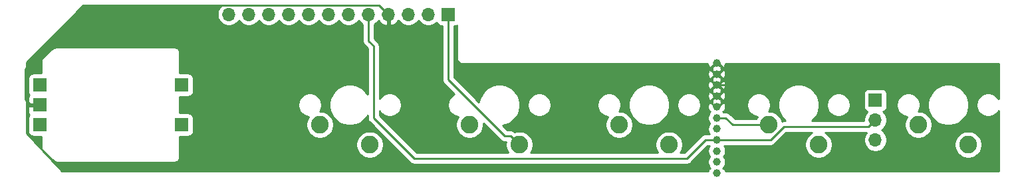
<source format=gbr>
%TF.GenerationSoftware,KiCad,Pcbnew,(5.1.6)-1*%
%TF.CreationDate,2022-01-12T10:05:38-06:00*%
%TF.ProjectId,Pikatea Macropad FK1,50696b61-7465-4612-904d-6163726f7061,rev?*%
%TF.SameCoordinates,Original*%
%TF.FileFunction,Copper,L2,Bot*%
%TF.FilePolarity,Positive*%
%FSLAX46Y46*%
G04 Gerber Fmt 4.6, Leading zero omitted, Abs format (unit mm)*
G04 Created by KiCad (PCBNEW (5.1.6)-1) date 2022-01-12 10:05:38*
%MOMM*%
%LPD*%
G01*
G04 APERTURE LIST*
%TA.AperFunction,ComponentPad*%
%ADD10C,2.250000*%
%TD*%
%TA.AperFunction,ComponentPad*%
%ADD11O,1.700000X1.700000*%
%TD*%
%TA.AperFunction,ComponentPad*%
%ADD12R,1.700000X1.700000*%
%TD*%
%TA.AperFunction,ComponentPad*%
%ADD13C,1.000000*%
%TD*%
%TA.AperFunction,ViaPad*%
%ADD14C,0.800000*%
%TD*%
%TA.AperFunction,Conductor*%
%ADD15C,0.250000*%
%TD*%
%TA.AperFunction,Conductor*%
%ADD16C,0.254000*%
%TD*%
G04 APERTURE END LIST*
D10*
%TO.P,MX5,2*%
%TO.N,/A0*%
X209590000Y-110000000D03*
%TO.P,MX5,1*%
%TO.N,/D6*%
X203240000Y-107460000D03*
%TD*%
%TO.P,MX4,2*%
%TO.N,/A0*%
X190540000Y-110000000D03*
%TO.P,MX4,1*%
%TO.N,/D8*%
X184190000Y-107460000D03*
%TD*%
%TO.P,MX3,2*%
%TO.N,/A0*%
X171490000Y-110000000D03*
%TO.P,MX3,1*%
%TO.N,/D7*%
X165140000Y-107460000D03*
%TD*%
%TO.P,MX2,2*%
%TO.N,/A0*%
X152440000Y-110000000D03*
%TO.P,MX2,1*%
%TO.N,/D9*%
X146090000Y-107460000D03*
%TD*%
%TO.P,MX1,2*%
%TO.N,/A0*%
X133390000Y-110000000D03*
%TO.P,MX1,1*%
%TO.N,/D5*%
X127040000Y-107460000D03*
%TD*%
D11*
%TO.P,J1,12*%
%TO.N,/D4*%
X115443000Y-93345000D03*
%TO.P,J1,11*%
%TO.N,/D3*%
X117983000Y-93345000D03*
%TO.P,J1,10*%
%TO.N,/D2*%
X120523000Y-93345000D03*
%TO.P,J1,9*%
%TO.N,/D5*%
X123063000Y-93345000D03*
%TO.P,J1,8*%
%TO.N,/D9*%
X125603000Y-93345000D03*
%TO.P,J1,7*%
%TO.N,/D7*%
X128143000Y-93345000D03*
%TO.P,J1,6*%
%TO.N,/D8*%
X130683000Y-93345000D03*
%TO.P,J1,5*%
%TO.N,/D6*%
X133223000Y-93345000D03*
%TO.P,J1,4*%
%TO.N,GND*%
X135763000Y-93345000D03*
%TO.P,J1,3*%
%TO.N,N/C*%
X138303000Y-93345000D03*
%TO.P,J1,2*%
X140843000Y-93345000D03*
D12*
%TO.P,J1,1*%
%TO.N,/A0*%
X143383000Y-93345000D03*
%TD*%
D13*
%TO.P,J2,1*%
%TO.N,GND*%
X177546000Y-99580000D03*
X177546000Y-113580000D03*
%TO.P,J2,6*%
%TO.N,N/C*%
X177546000Y-112180000D03*
%TO.P,J2,5*%
X177546000Y-110780000D03*
%TO.P,J2,3*%
%TO.N,/D6*%
X177546000Y-109380000D03*
%TO.P,J2,2*%
%TO.N,/A0*%
X177546000Y-107980000D03*
%TO.P,J2,1*%
%TO.N,GND*%
X177546000Y-100980000D03*
X177546000Y-102380000D03*
X177546000Y-103780000D03*
X177546000Y-105180000D03*
%TO.P,J2,4*%
%TO.N,/D8*%
X177546000Y-106580000D03*
%TD*%
D11*
%TO.P,J4,3*%
%TO.N,/A0*%
X197760000Y-109390000D03*
%TO.P,J4,2*%
%TO.N,/D6*%
X197760000Y-106850000D03*
D12*
%TO.P,J4,1*%
%TO.N,/D8*%
X197760000Y-104310000D03*
%TD*%
%TO.P,SW1,S1*%
%TO.N,/D2*%
X109450000Y-102360000D03*
%TO.P,SW1,S2*%
%TO.N,/A0*%
X109450000Y-107440000D03*
%TO.P,SW1,C*%
%TO.N,GND*%
X91350000Y-104900000D03*
%TO.P,SW1,B*%
%TO.N,/D3*%
X91350000Y-102360000D03*
%TO.P,SW1,A*%
%TO.N,/D4*%
X91350000Y-107440000D03*
%TD*%
D14*
%TO.N,GND*%
X127000000Y-96139000D03*
X121920000Y-95377000D03*
X129413000Y-96139000D03*
X113157000Y-94869000D03*
X113411000Y-97663000D03*
X109601000Y-110109000D03*
X110109000Y-97409000D03*
X161036000Y-104902000D03*
%TD*%
D15*
%TO.N,GND*%
X178253106Y-102380000D02*
X178271106Y-102362000D01*
X177546000Y-102380000D02*
X178253106Y-102380000D01*
X178271106Y-102362000D02*
X178943000Y-102362000D01*
X134587999Y-92169999D02*
X97695001Y-92169999D01*
X135763000Y-93345000D02*
X134587999Y-92169999D01*
X97695001Y-92169999D02*
X89535000Y-100330000D01*
X90250000Y-104900000D02*
X91350000Y-104900000D01*
X89535000Y-104185000D02*
X90250000Y-104900000D01*
X89535000Y-100330000D02*
X89535000Y-104185000D01*
%TO.N,/A0*%
X151315001Y-108875001D02*
X152440000Y-110000000D01*
X150551003Y-108875001D02*
X151315001Y-108875001D01*
X143383000Y-101706998D02*
X150551003Y-108875001D01*
X143383000Y-93345000D02*
X143383000Y-101706998D01*
X177516000Y-107950000D02*
X177546000Y-107980000D01*
%TO.N,/D9*%
X146090000Y-107460000D02*
X145600000Y-107950000D01*
%TO.N,/D6*%
X133223000Y-96739002D02*
X133858000Y-97374002D01*
X133223000Y-93345000D02*
X133223000Y-96739002D01*
X133858000Y-97374002D02*
X133858000Y-106553000D01*
X133858000Y-106553000D02*
X139065000Y-111760000D01*
X139065000Y-111760000D02*
X173736000Y-111760000D01*
X176116000Y-109380000D02*
X177546000Y-109380000D01*
X173736000Y-111760000D02*
X176116000Y-109380000D01*
X184416002Y-109380000D02*
X177546000Y-109380000D01*
X186096003Y-107699999D02*
X184416002Y-109380000D01*
X197760000Y-106850000D02*
X196910001Y-107699999D01*
X196910001Y-107699999D02*
X186096003Y-107699999D01*
%TO.N,/D2*%
X109450000Y-102360000D02*
X110041002Y-102360000D01*
%TO.N,/D8*%
X178716000Y-106580000D02*
X177546000Y-106580000D01*
X184190000Y-107460000D02*
X179596000Y-107460000D01*
X179596000Y-107460000D02*
X178716000Y-106580000D01*
%TD*%
D16*
%TO.N,GND*%
G36*
X144501001Y-98967571D02*
G01*
X144497807Y-99000000D01*
X144510550Y-99129383D01*
X144548290Y-99253793D01*
X144609575Y-99368450D01*
X144692052Y-99468948D01*
X144792550Y-99551425D01*
X144907207Y-99612710D01*
X145031617Y-99650450D01*
X145128581Y-99660000D01*
X145161000Y-99663193D01*
X145193419Y-99660000D01*
X176408551Y-99660000D01*
X176408489Y-99662406D01*
X176446423Y-99882740D01*
X176526613Y-100091440D01*
X176554412Y-100143450D01*
X176767834Y-100178561D01*
X177286395Y-99660000D01*
X177805605Y-99660000D01*
X178324166Y-100178561D01*
X178537588Y-100143450D01*
X178628458Y-99939174D01*
X178677731Y-99721095D01*
X178679311Y-99660000D01*
X213440001Y-99660000D01*
X213440001Y-104162627D01*
X213302893Y-103957431D01*
X213092569Y-103747107D01*
X212845253Y-103581856D01*
X212570451Y-103468029D01*
X212278722Y-103410000D01*
X211981278Y-103410000D01*
X211689549Y-103468029D01*
X211414747Y-103581856D01*
X211167431Y-103747107D01*
X210957107Y-103957431D01*
X210791856Y-104204747D01*
X210678029Y-104479549D01*
X210620000Y-104771278D01*
X210620000Y-105068722D01*
X210678029Y-105360451D01*
X210791856Y-105635253D01*
X210957107Y-105882569D01*
X211167431Y-106092893D01*
X211414747Y-106258144D01*
X211689549Y-106371971D01*
X211981278Y-106430000D01*
X212278722Y-106430000D01*
X212570451Y-106371971D01*
X212845253Y-106258144D01*
X213092569Y-106092893D01*
X213302893Y-105882569D01*
X213440001Y-105677373D01*
X213440000Y-113340000D01*
X178656379Y-113340000D01*
X178645577Y-113277260D01*
X178565387Y-113068560D01*
X178537588Y-113016550D01*
X178346087Y-112985045D01*
X178427612Y-112903520D01*
X178551824Y-112717624D01*
X178637383Y-112511067D01*
X178681000Y-112291788D01*
X178681000Y-112068212D01*
X178637383Y-111848933D01*
X178551824Y-111642376D01*
X178443328Y-111480000D01*
X178551824Y-111317624D01*
X178637383Y-111111067D01*
X178681000Y-110891788D01*
X178681000Y-110668212D01*
X178637383Y-110448933D01*
X178551824Y-110242376D01*
X178483418Y-110140000D01*
X184378680Y-110140000D01*
X184416002Y-110143676D01*
X184453324Y-110140000D01*
X184453335Y-110140000D01*
X184564988Y-110129003D01*
X184708249Y-110085546D01*
X184840278Y-110014974D01*
X184956003Y-109920001D01*
X184979806Y-109890997D01*
X186410805Y-108459999D01*
X189676857Y-108459999D01*
X189418065Y-108632919D01*
X189172919Y-108878065D01*
X188980308Y-109166327D01*
X188847636Y-109486627D01*
X188780000Y-109826655D01*
X188780000Y-110173345D01*
X188847636Y-110513373D01*
X188980308Y-110833673D01*
X189172919Y-111121935D01*
X189418065Y-111367081D01*
X189706327Y-111559692D01*
X190026627Y-111692364D01*
X190366655Y-111760000D01*
X190713345Y-111760000D01*
X191053373Y-111692364D01*
X191373673Y-111559692D01*
X191661935Y-111367081D01*
X191907081Y-111121935D01*
X192099692Y-110833673D01*
X192232364Y-110513373D01*
X192300000Y-110173345D01*
X192300000Y-109826655D01*
X192232364Y-109486627D01*
X192099692Y-109166327D01*
X191907081Y-108878065D01*
X191661935Y-108632919D01*
X191403143Y-108459999D01*
X196595413Y-108459999D01*
X196444010Y-108686589D01*
X196332068Y-108956842D01*
X196275000Y-109243740D01*
X196275000Y-109536260D01*
X196332068Y-109823158D01*
X196444010Y-110093411D01*
X196606525Y-110336632D01*
X196813368Y-110543475D01*
X197056589Y-110705990D01*
X197326842Y-110817932D01*
X197613740Y-110875000D01*
X197906260Y-110875000D01*
X198193158Y-110817932D01*
X198463411Y-110705990D01*
X198706632Y-110543475D01*
X198913475Y-110336632D01*
X199075990Y-110093411D01*
X199186483Y-109826655D01*
X207830000Y-109826655D01*
X207830000Y-110173345D01*
X207897636Y-110513373D01*
X208030308Y-110833673D01*
X208222919Y-111121935D01*
X208468065Y-111367081D01*
X208756327Y-111559692D01*
X209076627Y-111692364D01*
X209416655Y-111760000D01*
X209763345Y-111760000D01*
X210103373Y-111692364D01*
X210423673Y-111559692D01*
X210711935Y-111367081D01*
X210957081Y-111121935D01*
X211149692Y-110833673D01*
X211282364Y-110513373D01*
X211350000Y-110173345D01*
X211350000Y-109826655D01*
X211282364Y-109486627D01*
X211149692Y-109166327D01*
X210957081Y-108878065D01*
X210711935Y-108632919D01*
X210423673Y-108440308D01*
X210103373Y-108307636D01*
X209763345Y-108240000D01*
X209416655Y-108240000D01*
X209076627Y-108307636D01*
X208756327Y-108440308D01*
X208468065Y-108632919D01*
X208222919Y-108878065D01*
X208030308Y-109166327D01*
X207897636Y-109486627D01*
X207830000Y-109826655D01*
X199186483Y-109826655D01*
X199187932Y-109823158D01*
X199245000Y-109536260D01*
X199245000Y-109243740D01*
X199187932Y-108956842D01*
X199075990Y-108686589D01*
X198913475Y-108443368D01*
X198706632Y-108236525D01*
X198532240Y-108120000D01*
X198706632Y-108003475D01*
X198913475Y-107796632D01*
X199075990Y-107553411D01*
X199187932Y-107283158D01*
X199245000Y-106996260D01*
X199245000Y-106703740D01*
X199187932Y-106416842D01*
X199075990Y-106146589D01*
X198913475Y-105903368D01*
X198781620Y-105771513D01*
X198854180Y-105749502D01*
X198964494Y-105690537D01*
X199061185Y-105611185D01*
X199140537Y-105514494D01*
X199199502Y-105404180D01*
X199235812Y-105284482D01*
X199248072Y-105160000D01*
X199248072Y-104771278D01*
X200460000Y-104771278D01*
X200460000Y-105068722D01*
X200518029Y-105360451D01*
X200631856Y-105635253D01*
X200797107Y-105882569D01*
X201007431Y-106092893D01*
X201254747Y-106258144D01*
X201529549Y-106371971D01*
X201812638Y-106428281D01*
X201680308Y-106626327D01*
X201547636Y-106946627D01*
X201480000Y-107286655D01*
X201480000Y-107633345D01*
X201547636Y-107973373D01*
X201680308Y-108293673D01*
X201872919Y-108581935D01*
X202118065Y-108827081D01*
X202406327Y-109019692D01*
X202726627Y-109152364D01*
X203066655Y-109220000D01*
X203413345Y-109220000D01*
X203753373Y-109152364D01*
X204073673Y-109019692D01*
X204361935Y-108827081D01*
X204607081Y-108581935D01*
X204799692Y-108293673D01*
X204932364Y-107973373D01*
X205000000Y-107633345D01*
X205000000Y-107286655D01*
X204932364Y-106946627D01*
X204799692Y-106626327D01*
X204607081Y-106338065D01*
X204361935Y-106092919D01*
X204073673Y-105900308D01*
X203753373Y-105767636D01*
X203413345Y-105700000D01*
X203264882Y-105700000D01*
X203308144Y-105635253D01*
X203421971Y-105360451D01*
X203480000Y-105068722D01*
X203480000Y-104771278D01*
X203458080Y-104661076D01*
X204421100Y-104661076D01*
X204421100Y-105178924D01*
X204522127Y-105686822D01*
X204720299Y-106165251D01*
X205008000Y-106595826D01*
X205374174Y-106962000D01*
X205804749Y-107249701D01*
X206283178Y-107447873D01*
X206791076Y-107548900D01*
X207308924Y-107548900D01*
X207816822Y-107447873D01*
X208295251Y-107249701D01*
X208725826Y-106962000D01*
X209092000Y-106595826D01*
X209379701Y-106165251D01*
X209577873Y-105686822D01*
X209678900Y-105178924D01*
X209678900Y-104661076D01*
X209577873Y-104153178D01*
X209379701Y-103674749D01*
X209092000Y-103244174D01*
X208725826Y-102878000D01*
X208295251Y-102590299D01*
X207816822Y-102392127D01*
X207308924Y-102291100D01*
X206791076Y-102291100D01*
X206283178Y-102392127D01*
X205804749Y-102590299D01*
X205374174Y-102878000D01*
X205008000Y-103244174D01*
X204720299Y-103674749D01*
X204522127Y-104153178D01*
X204421100Y-104661076D01*
X203458080Y-104661076D01*
X203421971Y-104479549D01*
X203308144Y-104204747D01*
X203142893Y-103957431D01*
X202932569Y-103747107D01*
X202685253Y-103581856D01*
X202410451Y-103468029D01*
X202118722Y-103410000D01*
X201821278Y-103410000D01*
X201529549Y-103468029D01*
X201254747Y-103581856D01*
X201007431Y-103747107D01*
X200797107Y-103957431D01*
X200631856Y-104204747D01*
X200518029Y-104479549D01*
X200460000Y-104771278D01*
X199248072Y-104771278D01*
X199248072Y-103460000D01*
X199235812Y-103335518D01*
X199199502Y-103215820D01*
X199140537Y-103105506D01*
X199061185Y-103008815D01*
X198964494Y-102929463D01*
X198854180Y-102870498D01*
X198734482Y-102834188D01*
X198610000Y-102821928D01*
X196910000Y-102821928D01*
X196785518Y-102834188D01*
X196665820Y-102870498D01*
X196555506Y-102929463D01*
X196458815Y-103008815D01*
X196379463Y-103105506D01*
X196320498Y-103215820D01*
X196284188Y-103335518D01*
X196271928Y-103460000D01*
X196271928Y-105160000D01*
X196284188Y-105284482D01*
X196320498Y-105404180D01*
X196379463Y-105514494D01*
X196458815Y-105611185D01*
X196555506Y-105690537D01*
X196665820Y-105749502D01*
X196738380Y-105771513D01*
X196606525Y-105903368D01*
X196444010Y-106146589D01*
X196332068Y-106416842D01*
X196275000Y-106703740D01*
X196275000Y-106939999D01*
X189697827Y-106939999D01*
X190042000Y-106595826D01*
X190329701Y-106165251D01*
X190527873Y-105686822D01*
X190628900Y-105178924D01*
X190628900Y-104771278D01*
X191570000Y-104771278D01*
X191570000Y-105068722D01*
X191628029Y-105360451D01*
X191741856Y-105635253D01*
X191907107Y-105882569D01*
X192117431Y-106092893D01*
X192364747Y-106258144D01*
X192639549Y-106371971D01*
X192931278Y-106430000D01*
X193228722Y-106430000D01*
X193520451Y-106371971D01*
X193795253Y-106258144D01*
X194042569Y-106092893D01*
X194252893Y-105882569D01*
X194418144Y-105635253D01*
X194531971Y-105360451D01*
X194590000Y-105068722D01*
X194590000Y-104771278D01*
X194531971Y-104479549D01*
X194418144Y-104204747D01*
X194252893Y-103957431D01*
X194042569Y-103747107D01*
X193795253Y-103581856D01*
X193520451Y-103468029D01*
X193228722Y-103410000D01*
X192931278Y-103410000D01*
X192639549Y-103468029D01*
X192364747Y-103581856D01*
X192117431Y-103747107D01*
X191907107Y-103957431D01*
X191741856Y-104204747D01*
X191628029Y-104479549D01*
X191570000Y-104771278D01*
X190628900Y-104771278D01*
X190628900Y-104661076D01*
X190527873Y-104153178D01*
X190329701Y-103674749D01*
X190042000Y-103244174D01*
X189675826Y-102878000D01*
X189245251Y-102590299D01*
X188766822Y-102392127D01*
X188258924Y-102291100D01*
X187741076Y-102291100D01*
X187233178Y-102392127D01*
X186754749Y-102590299D01*
X186324174Y-102878000D01*
X185958000Y-103244174D01*
X185670299Y-103674749D01*
X185472127Y-104153178D01*
X185371100Y-104661076D01*
X185371100Y-105178924D01*
X185472127Y-105686822D01*
X185670299Y-106165251D01*
X185958000Y-106595826D01*
X186302173Y-106939999D01*
X186133325Y-106939999D01*
X186096002Y-106936323D01*
X186058679Y-106939999D01*
X186058670Y-106939999D01*
X185947017Y-106950996D01*
X185886863Y-106969243D01*
X185882364Y-106946627D01*
X185749692Y-106626327D01*
X185557081Y-106338065D01*
X185311935Y-106092919D01*
X185023673Y-105900308D01*
X184703373Y-105767636D01*
X184363345Y-105700000D01*
X184214882Y-105700000D01*
X184258144Y-105635253D01*
X184371971Y-105360451D01*
X184430000Y-105068722D01*
X184430000Y-104771278D01*
X184371971Y-104479549D01*
X184258144Y-104204747D01*
X184092893Y-103957431D01*
X183882569Y-103747107D01*
X183635253Y-103581856D01*
X183360451Y-103468029D01*
X183068722Y-103410000D01*
X182771278Y-103410000D01*
X182479549Y-103468029D01*
X182204747Y-103581856D01*
X181957431Y-103747107D01*
X181747107Y-103957431D01*
X181581856Y-104204747D01*
X181468029Y-104479549D01*
X181410000Y-104771278D01*
X181410000Y-105068722D01*
X181468029Y-105360451D01*
X181581856Y-105635253D01*
X181747107Y-105882569D01*
X181957431Y-106092893D01*
X182204747Y-106258144D01*
X182479549Y-106371971D01*
X182762638Y-106428281D01*
X182630308Y-106626327D01*
X182599792Y-106700000D01*
X179910802Y-106700000D01*
X179279803Y-106069002D01*
X179256001Y-106039999D01*
X179140276Y-105945026D01*
X179008247Y-105874454D01*
X178864986Y-105830997D01*
X178753333Y-105820000D01*
X178753322Y-105820000D01*
X178716000Y-105816324D01*
X178678678Y-105820000D01*
X178391132Y-105820000D01*
X178346087Y-105774955D01*
X178537588Y-105743450D01*
X178628458Y-105539174D01*
X178677731Y-105321095D01*
X178683511Y-105097594D01*
X178645577Y-104877260D01*
X178565387Y-104668560D01*
X178537588Y-104616550D01*
X178324166Y-104581439D01*
X177725605Y-105180000D01*
X177739748Y-105194143D01*
X177560143Y-105373748D01*
X177546000Y-105359605D01*
X177531858Y-105373748D01*
X177352253Y-105194143D01*
X177366395Y-105180000D01*
X176767834Y-104581439D01*
X176554412Y-104616550D01*
X176463542Y-104820826D01*
X176414269Y-105038905D01*
X176408489Y-105262406D01*
X176446423Y-105482740D01*
X176526613Y-105691440D01*
X176554412Y-105743450D01*
X176745913Y-105774955D01*
X176664388Y-105856480D01*
X176540176Y-106042376D01*
X176454617Y-106248933D01*
X176411000Y-106468212D01*
X176411000Y-106691788D01*
X176454617Y-106911067D01*
X176540176Y-107117624D01*
X176648672Y-107280000D01*
X176540176Y-107442376D01*
X176454617Y-107648933D01*
X176411000Y-107868212D01*
X176411000Y-108091788D01*
X176454617Y-108311067D01*
X176540176Y-108517624D01*
X176608582Y-108620000D01*
X176153322Y-108620000D01*
X176115999Y-108616324D01*
X176078676Y-108620000D01*
X176078667Y-108620000D01*
X175967014Y-108630997D01*
X175823753Y-108674454D01*
X175691724Y-108745026D01*
X175575999Y-108839999D01*
X175552201Y-108868997D01*
X173421199Y-111000000D01*
X172938556Y-111000000D01*
X173049692Y-110833673D01*
X173182364Y-110513373D01*
X173250000Y-110173345D01*
X173250000Y-109826655D01*
X173182364Y-109486627D01*
X173049692Y-109166327D01*
X172857081Y-108878065D01*
X172611935Y-108632919D01*
X172323673Y-108440308D01*
X172003373Y-108307636D01*
X171663345Y-108240000D01*
X171316655Y-108240000D01*
X170976627Y-108307636D01*
X170656327Y-108440308D01*
X170368065Y-108632919D01*
X170122919Y-108878065D01*
X169930308Y-109166327D01*
X169797636Y-109486627D01*
X169730000Y-109826655D01*
X169730000Y-110173345D01*
X169797636Y-110513373D01*
X169930308Y-110833673D01*
X170041444Y-111000000D01*
X153888556Y-111000000D01*
X153999692Y-110833673D01*
X154132364Y-110513373D01*
X154200000Y-110173345D01*
X154200000Y-109826655D01*
X154132364Y-109486627D01*
X153999692Y-109166327D01*
X153807081Y-108878065D01*
X153561935Y-108632919D01*
X153273673Y-108440308D01*
X152953373Y-108307636D01*
X152613345Y-108240000D01*
X152266655Y-108240000D01*
X151926627Y-108307636D01*
X151856413Y-108336719D01*
X151855002Y-108335000D01*
X151739277Y-108240027D01*
X151607248Y-108169455D01*
X151463987Y-108125998D01*
X151352334Y-108115001D01*
X151352323Y-108115001D01*
X151315001Y-108111325D01*
X151277679Y-108115001D01*
X150865805Y-108115001D01*
X150276347Y-107525543D01*
X150666822Y-107447873D01*
X151145251Y-107249701D01*
X151575826Y-106962000D01*
X151942000Y-106595826D01*
X152229701Y-106165251D01*
X152427873Y-105686822D01*
X152528900Y-105178924D01*
X152528900Y-104771278D01*
X153470000Y-104771278D01*
X153470000Y-105068722D01*
X153528029Y-105360451D01*
X153641856Y-105635253D01*
X153807107Y-105882569D01*
X154017431Y-106092893D01*
X154264747Y-106258144D01*
X154539549Y-106371971D01*
X154831278Y-106430000D01*
X155128722Y-106430000D01*
X155420451Y-106371971D01*
X155695253Y-106258144D01*
X155942569Y-106092893D01*
X156152893Y-105882569D01*
X156318144Y-105635253D01*
X156431971Y-105360451D01*
X156490000Y-105068722D01*
X156490000Y-104771278D01*
X162360000Y-104771278D01*
X162360000Y-105068722D01*
X162418029Y-105360451D01*
X162531856Y-105635253D01*
X162697107Y-105882569D01*
X162907431Y-106092893D01*
X163154747Y-106258144D01*
X163429549Y-106371971D01*
X163712638Y-106428281D01*
X163580308Y-106626327D01*
X163447636Y-106946627D01*
X163380000Y-107286655D01*
X163380000Y-107633345D01*
X163447636Y-107973373D01*
X163580308Y-108293673D01*
X163772919Y-108581935D01*
X164018065Y-108827081D01*
X164306327Y-109019692D01*
X164626627Y-109152364D01*
X164966655Y-109220000D01*
X165313345Y-109220000D01*
X165653373Y-109152364D01*
X165973673Y-109019692D01*
X166261935Y-108827081D01*
X166507081Y-108581935D01*
X166699692Y-108293673D01*
X166832364Y-107973373D01*
X166900000Y-107633345D01*
X166900000Y-107286655D01*
X166832364Y-106946627D01*
X166699692Y-106626327D01*
X166507081Y-106338065D01*
X166261935Y-106092919D01*
X165973673Y-105900308D01*
X165653373Y-105767636D01*
X165313345Y-105700000D01*
X165164882Y-105700000D01*
X165208144Y-105635253D01*
X165321971Y-105360451D01*
X165380000Y-105068722D01*
X165380000Y-104771278D01*
X165358080Y-104661076D01*
X166321100Y-104661076D01*
X166321100Y-105178924D01*
X166422127Y-105686822D01*
X166620299Y-106165251D01*
X166908000Y-106595826D01*
X167274174Y-106962000D01*
X167704749Y-107249701D01*
X168183178Y-107447873D01*
X168691076Y-107548900D01*
X169208924Y-107548900D01*
X169716822Y-107447873D01*
X170195251Y-107249701D01*
X170625826Y-106962000D01*
X170992000Y-106595826D01*
X171279701Y-106165251D01*
X171477873Y-105686822D01*
X171578900Y-105178924D01*
X171578900Y-104771278D01*
X172520000Y-104771278D01*
X172520000Y-105068722D01*
X172578029Y-105360451D01*
X172691856Y-105635253D01*
X172857107Y-105882569D01*
X173067431Y-106092893D01*
X173314747Y-106258144D01*
X173589549Y-106371971D01*
X173881278Y-106430000D01*
X174178722Y-106430000D01*
X174470451Y-106371971D01*
X174745253Y-106258144D01*
X174992569Y-106092893D01*
X175202893Y-105882569D01*
X175368144Y-105635253D01*
X175481971Y-105360451D01*
X175540000Y-105068722D01*
X175540000Y-104771278D01*
X175481971Y-104479549D01*
X175449781Y-104401834D01*
X176947439Y-104401834D01*
X177025605Y-104480000D01*
X176947439Y-104558166D01*
X176982550Y-104771588D01*
X177186826Y-104862458D01*
X177404905Y-104911731D01*
X177458728Y-104913123D01*
X177546000Y-105000395D01*
X177628983Y-104917412D01*
X177848740Y-104879577D01*
X178057440Y-104799387D01*
X178109450Y-104771588D01*
X178144561Y-104558166D01*
X178066395Y-104480000D01*
X178144561Y-104401834D01*
X178109450Y-104188412D01*
X177905174Y-104097542D01*
X177687095Y-104048269D01*
X177633272Y-104046877D01*
X177546000Y-103959605D01*
X177463017Y-104042588D01*
X177243260Y-104080423D01*
X177034560Y-104160613D01*
X176982550Y-104188412D01*
X176947439Y-104401834D01*
X175449781Y-104401834D01*
X175368144Y-104204747D01*
X175202893Y-103957431D01*
X175107868Y-103862406D01*
X176408489Y-103862406D01*
X176446423Y-104082740D01*
X176526613Y-104291440D01*
X176554412Y-104343450D01*
X176767834Y-104378561D01*
X177366395Y-103780000D01*
X177725605Y-103780000D01*
X178324166Y-104378561D01*
X178537588Y-104343450D01*
X178628458Y-104139174D01*
X178677731Y-103921095D01*
X178683511Y-103697594D01*
X178645577Y-103477260D01*
X178565387Y-103268560D01*
X178537588Y-103216550D01*
X178324166Y-103181439D01*
X177725605Y-103780000D01*
X177366395Y-103780000D01*
X176767834Y-103181439D01*
X176554412Y-103216550D01*
X176463542Y-103420826D01*
X176414269Y-103638905D01*
X176408489Y-103862406D01*
X175107868Y-103862406D01*
X174992569Y-103747107D01*
X174745253Y-103581856D01*
X174470451Y-103468029D01*
X174178722Y-103410000D01*
X173881278Y-103410000D01*
X173589549Y-103468029D01*
X173314747Y-103581856D01*
X173067431Y-103747107D01*
X172857107Y-103957431D01*
X172691856Y-104204747D01*
X172578029Y-104479549D01*
X172520000Y-104771278D01*
X171578900Y-104771278D01*
X171578900Y-104661076D01*
X171477873Y-104153178D01*
X171279701Y-103674749D01*
X170992000Y-103244174D01*
X170749660Y-103001834D01*
X176947439Y-103001834D01*
X177025605Y-103080000D01*
X176947439Y-103158166D01*
X176982550Y-103371588D01*
X177186826Y-103462458D01*
X177404905Y-103511731D01*
X177458728Y-103513123D01*
X177546000Y-103600395D01*
X177628983Y-103517412D01*
X177848740Y-103479577D01*
X178057440Y-103399387D01*
X178109450Y-103371588D01*
X178144561Y-103158166D01*
X178066395Y-103080000D01*
X178144561Y-103001834D01*
X178109450Y-102788412D01*
X177905174Y-102697542D01*
X177687095Y-102648269D01*
X177633272Y-102646877D01*
X177546000Y-102559605D01*
X177463017Y-102642588D01*
X177243260Y-102680423D01*
X177034560Y-102760613D01*
X176982550Y-102788412D01*
X176947439Y-103001834D01*
X170749660Y-103001834D01*
X170625826Y-102878000D01*
X170195251Y-102590299D01*
X169886491Y-102462406D01*
X176408489Y-102462406D01*
X176446423Y-102682740D01*
X176526613Y-102891440D01*
X176554412Y-102943450D01*
X176767834Y-102978561D01*
X177366395Y-102380000D01*
X177725605Y-102380000D01*
X178324166Y-102978561D01*
X178537588Y-102943450D01*
X178628458Y-102739174D01*
X178677731Y-102521095D01*
X178683511Y-102297594D01*
X178645577Y-102077260D01*
X178565387Y-101868560D01*
X178537588Y-101816550D01*
X178324166Y-101781439D01*
X177725605Y-102380000D01*
X177366395Y-102380000D01*
X176767834Y-101781439D01*
X176554412Y-101816550D01*
X176463542Y-102020826D01*
X176414269Y-102238905D01*
X176408489Y-102462406D01*
X169886491Y-102462406D01*
X169716822Y-102392127D01*
X169208924Y-102291100D01*
X168691076Y-102291100D01*
X168183178Y-102392127D01*
X167704749Y-102590299D01*
X167274174Y-102878000D01*
X166908000Y-103244174D01*
X166620299Y-103674749D01*
X166422127Y-104153178D01*
X166321100Y-104661076D01*
X165358080Y-104661076D01*
X165321971Y-104479549D01*
X165208144Y-104204747D01*
X165042893Y-103957431D01*
X164832569Y-103747107D01*
X164585253Y-103581856D01*
X164310451Y-103468029D01*
X164018722Y-103410000D01*
X163721278Y-103410000D01*
X163429549Y-103468029D01*
X163154747Y-103581856D01*
X162907431Y-103747107D01*
X162697107Y-103957431D01*
X162531856Y-104204747D01*
X162418029Y-104479549D01*
X162360000Y-104771278D01*
X156490000Y-104771278D01*
X156431971Y-104479549D01*
X156318144Y-104204747D01*
X156152893Y-103957431D01*
X155942569Y-103747107D01*
X155695253Y-103581856D01*
X155420451Y-103468029D01*
X155128722Y-103410000D01*
X154831278Y-103410000D01*
X154539549Y-103468029D01*
X154264747Y-103581856D01*
X154017431Y-103747107D01*
X153807107Y-103957431D01*
X153641856Y-104204747D01*
X153528029Y-104479549D01*
X153470000Y-104771278D01*
X152528900Y-104771278D01*
X152528900Y-104661076D01*
X152427873Y-104153178D01*
X152229701Y-103674749D01*
X151942000Y-103244174D01*
X151575826Y-102878000D01*
X151145251Y-102590299D01*
X150666822Y-102392127D01*
X150158924Y-102291100D01*
X149641076Y-102291100D01*
X149133178Y-102392127D01*
X148654749Y-102590299D01*
X148224174Y-102878000D01*
X147858000Y-103244174D01*
X147570299Y-103674749D01*
X147372127Y-104153178D01*
X147294457Y-104543653D01*
X144352638Y-101601834D01*
X176947439Y-101601834D01*
X177025605Y-101680000D01*
X176947439Y-101758166D01*
X176982550Y-101971588D01*
X177186826Y-102062458D01*
X177404905Y-102111731D01*
X177458728Y-102113123D01*
X177546000Y-102200395D01*
X177628983Y-102117412D01*
X177848740Y-102079577D01*
X178057440Y-101999387D01*
X178109450Y-101971588D01*
X178144561Y-101758166D01*
X178066395Y-101680000D01*
X178144561Y-101601834D01*
X178109450Y-101388412D01*
X177905174Y-101297542D01*
X177687095Y-101248269D01*
X177633272Y-101246877D01*
X177546000Y-101159605D01*
X177463017Y-101242588D01*
X177243260Y-101280423D01*
X177034560Y-101360613D01*
X176982550Y-101388412D01*
X176947439Y-101601834D01*
X144352638Y-101601834D01*
X144143000Y-101392197D01*
X144143000Y-101062406D01*
X176408489Y-101062406D01*
X176446423Y-101282740D01*
X176526613Y-101491440D01*
X176554412Y-101543450D01*
X176767834Y-101578561D01*
X177366395Y-100980000D01*
X177725605Y-100980000D01*
X178324166Y-101578561D01*
X178537588Y-101543450D01*
X178628458Y-101339174D01*
X178677731Y-101121095D01*
X178683511Y-100897594D01*
X178645577Y-100677260D01*
X178565387Y-100468560D01*
X178537588Y-100416550D01*
X178324166Y-100381439D01*
X177725605Y-100980000D01*
X177366395Y-100980000D01*
X176767834Y-100381439D01*
X176554412Y-100416550D01*
X176463542Y-100620826D01*
X176414269Y-100838905D01*
X176408489Y-101062406D01*
X144143000Y-101062406D01*
X144143000Y-100201834D01*
X176947439Y-100201834D01*
X177025605Y-100280000D01*
X176947439Y-100358166D01*
X176982550Y-100571588D01*
X177186826Y-100662458D01*
X177404905Y-100711731D01*
X177458728Y-100713123D01*
X177546000Y-100800395D01*
X177628983Y-100717412D01*
X177848740Y-100679577D01*
X178057440Y-100599387D01*
X178109450Y-100571588D01*
X178144561Y-100358166D01*
X178066395Y-100280000D01*
X178144561Y-100201834D01*
X178109450Y-99988412D01*
X177905174Y-99897542D01*
X177687095Y-99848269D01*
X177633272Y-99846877D01*
X177546000Y-99759605D01*
X177463017Y-99842588D01*
X177243260Y-99880423D01*
X177034560Y-99960613D01*
X176982550Y-99988412D01*
X176947439Y-100201834D01*
X144143000Y-100201834D01*
X144143000Y-94833072D01*
X144233000Y-94833072D01*
X144357482Y-94820812D01*
X144477180Y-94784502D01*
X144501000Y-94771770D01*
X144501001Y-98967571D01*
G37*
X144501001Y-98967571D02*
X144497807Y-99000000D01*
X144510550Y-99129383D01*
X144548290Y-99253793D01*
X144609575Y-99368450D01*
X144692052Y-99468948D01*
X144792550Y-99551425D01*
X144907207Y-99612710D01*
X145031617Y-99650450D01*
X145128581Y-99660000D01*
X145161000Y-99663193D01*
X145193419Y-99660000D01*
X176408551Y-99660000D01*
X176408489Y-99662406D01*
X176446423Y-99882740D01*
X176526613Y-100091440D01*
X176554412Y-100143450D01*
X176767834Y-100178561D01*
X177286395Y-99660000D01*
X177805605Y-99660000D01*
X178324166Y-100178561D01*
X178537588Y-100143450D01*
X178628458Y-99939174D01*
X178677731Y-99721095D01*
X178679311Y-99660000D01*
X213440001Y-99660000D01*
X213440001Y-104162627D01*
X213302893Y-103957431D01*
X213092569Y-103747107D01*
X212845253Y-103581856D01*
X212570451Y-103468029D01*
X212278722Y-103410000D01*
X211981278Y-103410000D01*
X211689549Y-103468029D01*
X211414747Y-103581856D01*
X211167431Y-103747107D01*
X210957107Y-103957431D01*
X210791856Y-104204747D01*
X210678029Y-104479549D01*
X210620000Y-104771278D01*
X210620000Y-105068722D01*
X210678029Y-105360451D01*
X210791856Y-105635253D01*
X210957107Y-105882569D01*
X211167431Y-106092893D01*
X211414747Y-106258144D01*
X211689549Y-106371971D01*
X211981278Y-106430000D01*
X212278722Y-106430000D01*
X212570451Y-106371971D01*
X212845253Y-106258144D01*
X213092569Y-106092893D01*
X213302893Y-105882569D01*
X213440001Y-105677373D01*
X213440000Y-113340000D01*
X178656379Y-113340000D01*
X178645577Y-113277260D01*
X178565387Y-113068560D01*
X178537588Y-113016550D01*
X178346087Y-112985045D01*
X178427612Y-112903520D01*
X178551824Y-112717624D01*
X178637383Y-112511067D01*
X178681000Y-112291788D01*
X178681000Y-112068212D01*
X178637383Y-111848933D01*
X178551824Y-111642376D01*
X178443328Y-111480000D01*
X178551824Y-111317624D01*
X178637383Y-111111067D01*
X178681000Y-110891788D01*
X178681000Y-110668212D01*
X178637383Y-110448933D01*
X178551824Y-110242376D01*
X178483418Y-110140000D01*
X184378680Y-110140000D01*
X184416002Y-110143676D01*
X184453324Y-110140000D01*
X184453335Y-110140000D01*
X184564988Y-110129003D01*
X184708249Y-110085546D01*
X184840278Y-110014974D01*
X184956003Y-109920001D01*
X184979806Y-109890997D01*
X186410805Y-108459999D01*
X189676857Y-108459999D01*
X189418065Y-108632919D01*
X189172919Y-108878065D01*
X188980308Y-109166327D01*
X188847636Y-109486627D01*
X188780000Y-109826655D01*
X188780000Y-110173345D01*
X188847636Y-110513373D01*
X188980308Y-110833673D01*
X189172919Y-111121935D01*
X189418065Y-111367081D01*
X189706327Y-111559692D01*
X190026627Y-111692364D01*
X190366655Y-111760000D01*
X190713345Y-111760000D01*
X191053373Y-111692364D01*
X191373673Y-111559692D01*
X191661935Y-111367081D01*
X191907081Y-111121935D01*
X192099692Y-110833673D01*
X192232364Y-110513373D01*
X192300000Y-110173345D01*
X192300000Y-109826655D01*
X192232364Y-109486627D01*
X192099692Y-109166327D01*
X191907081Y-108878065D01*
X191661935Y-108632919D01*
X191403143Y-108459999D01*
X196595413Y-108459999D01*
X196444010Y-108686589D01*
X196332068Y-108956842D01*
X196275000Y-109243740D01*
X196275000Y-109536260D01*
X196332068Y-109823158D01*
X196444010Y-110093411D01*
X196606525Y-110336632D01*
X196813368Y-110543475D01*
X197056589Y-110705990D01*
X197326842Y-110817932D01*
X197613740Y-110875000D01*
X197906260Y-110875000D01*
X198193158Y-110817932D01*
X198463411Y-110705990D01*
X198706632Y-110543475D01*
X198913475Y-110336632D01*
X199075990Y-110093411D01*
X199186483Y-109826655D01*
X207830000Y-109826655D01*
X207830000Y-110173345D01*
X207897636Y-110513373D01*
X208030308Y-110833673D01*
X208222919Y-111121935D01*
X208468065Y-111367081D01*
X208756327Y-111559692D01*
X209076627Y-111692364D01*
X209416655Y-111760000D01*
X209763345Y-111760000D01*
X210103373Y-111692364D01*
X210423673Y-111559692D01*
X210711935Y-111367081D01*
X210957081Y-111121935D01*
X211149692Y-110833673D01*
X211282364Y-110513373D01*
X211350000Y-110173345D01*
X211350000Y-109826655D01*
X211282364Y-109486627D01*
X211149692Y-109166327D01*
X210957081Y-108878065D01*
X210711935Y-108632919D01*
X210423673Y-108440308D01*
X210103373Y-108307636D01*
X209763345Y-108240000D01*
X209416655Y-108240000D01*
X209076627Y-108307636D01*
X208756327Y-108440308D01*
X208468065Y-108632919D01*
X208222919Y-108878065D01*
X208030308Y-109166327D01*
X207897636Y-109486627D01*
X207830000Y-109826655D01*
X199186483Y-109826655D01*
X199187932Y-109823158D01*
X199245000Y-109536260D01*
X199245000Y-109243740D01*
X199187932Y-108956842D01*
X199075990Y-108686589D01*
X198913475Y-108443368D01*
X198706632Y-108236525D01*
X198532240Y-108120000D01*
X198706632Y-108003475D01*
X198913475Y-107796632D01*
X199075990Y-107553411D01*
X199187932Y-107283158D01*
X199245000Y-106996260D01*
X199245000Y-106703740D01*
X199187932Y-106416842D01*
X199075990Y-106146589D01*
X198913475Y-105903368D01*
X198781620Y-105771513D01*
X198854180Y-105749502D01*
X198964494Y-105690537D01*
X199061185Y-105611185D01*
X199140537Y-105514494D01*
X199199502Y-105404180D01*
X199235812Y-105284482D01*
X199248072Y-105160000D01*
X199248072Y-104771278D01*
X200460000Y-104771278D01*
X200460000Y-105068722D01*
X200518029Y-105360451D01*
X200631856Y-105635253D01*
X200797107Y-105882569D01*
X201007431Y-106092893D01*
X201254747Y-106258144D01*
X201529549Y-106371971D01*
X201812638Y-106428281D01*
X201680308Y-106626327D01*
X201547636Y-106946627D01*
X201480000Y-107286655D01*
X201480000Y-107633345D01*
X201547636Y-107973373D01*
X201680308Y-108293673D01*
X201872919Y-108581935D01*
X202118065Y-108827081D01*
X202406327Y-109019692D01*
X202726627Y-109152364D01*
X203066655Y-109220000D01*
X203413345Y-109220000D01*
X203753373Y-109152364D01*
X204073673Y-109019692D01*
X204361935Y-108827081D01*
X204607081Y-108581935D01*
X204799692Y-108293673D01*
X204932364Y-107973373D01*
X205000000Y-107633345D01*
X205000000Y-107286655D01*
X204932364Y-106946627D01*
X204799692Y-106626327D01*
X204607081Y-106338065D01*
X204361935Y-106092919D01*
X204073673Y-105900308D01*
X203753373Y-105767636D01*
X203413345Y-105700000D01*
X203264882Y-105700000D01*
X203308144Y-105635253D01*
X203421971Y-105360451D01*
X203480000Y-105068722D01*
X203480000Y-104771278D01*
X203458080Y-104661076D01*
X204421100Y-104661076D01*
X204421100Y-105178924D01*
X204522127Y-105686822D01*
X204720299Y-106165251D01*
X205008000Y-106595826D01*
X205374174Y-106962000D01*
X205804749Y-107249701D01*
X206283178Y-107447873D01*
X206791076Y-107548900D01*
X207308924Y-107548900D01*
X207816822Y-107447873D01*
X208295251Y-107249701D01*
X208725826Y-106962000D01*
X209092000Y-106595826D01*
X209379701Y-106165251D01*
X209577873Y-105686822D01*
X209678900Y-105178924D01*
X209678900Y-104661076D01*
X209577873Y-104153178D01*
X209379701Y-103674749D01*
X209092000Y-103244174D01*
X208725826Y-102878000D01*
X208295251Y-102590299D01*
X207816822Y-102392127D01*
X207308924Y-102291100D01*
X206791076Y-102291100D01*
X206283178Y-102392127D01*
X205804749Y-102590299D01*
X205374174Y-102878000D01*
X205008000Y-103244174D01*
X204720299Y-103674749D01*
X204522127Y-104153178D01*
X204421100Y-104661076D01*
X203458080Y-104661076D01*
X203421971Y-104479549D01*
X203308144Y-104204747D01*
X203142893Y-103957431D01*
X202932569Y-103747107D01*
X202685253Y-103581856D01*
X202410451Y-103468029D01*
X202118722Y-103410000D01*
X201821278Y-103410000D01*
X201529549Y-103468029D01*
X201254747Y-103581856D01*
X201007431Y-103747107D01*
X200797107Y-103957431D01*
X200631856Y-104204747D01*
X200518029Y-104479549D01*
X200460000Y-104771278D01*
X199248072Y-104771278D01*
X199248072Y-103460000D01*
X199235812Y-103335518D01*
X199199502Y-103215820D01*
X199140537Y-103105506D01*
X199061185Y-103008815D01*
X198964494Y-102929463D01*
X198854180Y-102870498D01*
X198734482Y-102834188D01*
X198610000Y-102821928D01*
X196910000Y-102821928D01*
X196785518Y-102834188D01*
X196665820Y-102870498D01*
X196555506Y-102929463D01*
X196458815Y-103008815D01*
X196379463Y-103105506D01*
X196320498Y-103215820D01*
X196284188Y-103335518D01*
X196271928Y-103460000D01*
X196271928Y-105160000D01*
X196284188Y-105284482D01*
X196320498Y-105404180D01*
X196379463Y-105514494D01*
X196458815Y-105611185D01*
X196555506Y-105690537D01*
X196665820Y-105749502D01*
X196738380Y-105771513D01*
X196606525Y-105903368D01*
X196444010Y-106146589D01*
X196332068Y-106416842D01*
X196275000Y-106703740D01*
X196275000Y-106939999D01*
X189697827Y-106939999D01*
X190042000Y-106595826D01*
X190329701Y-106165251D01*
X190527873Y-105686822D01*
X190628900Y-105178924D01*
X190628900Y-104771278D01*
X191570000Y-104771278D01*
X191570000Y-105068722D01*
X191628029Y-105360451D01*
X191741856Y-105635253D01*
X191907107Y-105882569D01*
X192117431Y-106092893D01*
X192364747Y-106258144D01*
X192639549Y-106371971D01*
X192931278Y-106430000D01*
X193228722Y-106430000D01*
X193520451Y-106371971D01*
X193795253Y-106258144D01*
X194042569Y-106092893D01*
X194252893Y-105882569D01*
X194418144Y-105635253D01*
X194531971Y-105360451D01*
X194590000Y-105068722D01*
X194590000Y-104771278D01*
X194531971Y-104479549D01*
X194418144Y-104204747D01*
X194252893Y-103957431D01*
X194042569Y-103747107D01*
X193795253Y-103581856D01*
X193520451Y-103468029D01*
X193228722Y-103410000D01*
X192931278Y-103410000D01*
X192639549Y-103468029D01*
X192364747Y-103581856D01*
X192117431Y-103747107D01*
X191907107Y-103957431D01*
X191741856Y-104204747D01*
X191628029Y-104479549D01*
X191570000Y-104771278D01*
X190628900Y-104771278D01*
X190628900Y-104661076D01*
X190527873Y-104153178D01*
X190329701Y-103674749D01*
X190042000Y-103244174D01*
X189675826Y-102878000D01*
X189245251Y-102590299D01*
X188766822Y-102392127D01*
X188258924Y-102291100D01*
X187741076Y-102291100D01*
X187233178Y-102392127D01*
X186754749Y-102590299D01*
X186324174Y-102878000D01*
X185958000Y-103244174D01*
X185670299Y-103674749D01*
X185472127Y-104153178D01*
X185371100Y-104661076D01*
X185371100Y-105178924D01*
X185472127Y-105686822D01*
X185670299Y-106165251D01*
X185958000Y-106595826D01*
X186302173Y-106939999D01*
X186133325Y-106939999D01*
X186096002Y-106936323D01*
X186058679Y-106939999D01*
X186058670Y-106939999D01*
X185947017Y-106950996D01*
X185886863Y-106969243D01*
X185882364Y-106946627D01*
X185749692Y-106626327D01*
X185557081Y-106338065D01*
X185311935Y-106092919D01*
X185023673Y-105900308D01*
X184703373Y-105767636D01*
X184363345Y-105700000D01*
X184214882Y-105700000D01*
X184258144Y-105635253D01*
X184371971Y-105360451D01*
X184430000Y-105068722D01*
X184430000Y-104771278D01*
X184371971Y-104479549D01*
X184258144Y-104204747D01*
X184092893Y-103957431D01*
X183882569Y-103747107D01*
X183635253Y-103581856D01*
X183360451Y-103468029D01*
X183068722Y-103410000D01*
X182771278Y-103410000D01*
X182479549Y-103468029D01*
X182204747Y-103581856D01*
X181957431Y-103747107D01*
X181747107Y-103957431D01*
X181581856Y-104204747D01*
X181468029Y-104479549D01*
X181410000Y-104771278D01*
X181410000Y-105068722D01*
X181468029Y-105360451D01*
X181581856Y-105635253D01*
X181747107Y-105882569D01*
X181957431Y-106092893D01*
X182204747Y-106258144D01*
X182479549Y-106371971D01*
X182762638Y-106428281D01*
X182630308Y-106626327D01*
X182599792Y-106700000D01*
X179910802Y-106700000D01*
X179279803Y-106069002D01*
X179256001Y-106039999D01*
X179140276Y-105945026D01*
X179008247Y-105874454D01*
X178864986Y-105830997D01*
X178753333Y-105820000D01*
X178753322Y-105820000D01*
X178716000Y-105816324D01*
X178678678Y-105820000D01*
X178391132Y-105820000D01*
X178346087Y-105774955D01*
X178537588Y-105743450D01*
X178628458Y-105539174D01*
X178677731Y-105321095D01*
X178683511Y-105097594D01*
X178645577Y-104877260D01*
X178565387Y-104668560D01*
X178537588Y-104616550D01*
X178324166Y-104581439D01*
X177725605Y-105180000D01*
X177739748Y-105194143D01*
X177560143Y-105373748D01*
X177546000Y-105359605D01*
X177531858Y-105373748D01*
X177352253Y-105194143D01*
X177366395Y-105180000D01*
X176767834Y-104581439D01*
X176554412Y-104616550D01*
X176463542Y-104820826D01*
X176414269Y-105038905D01*
X176408489Y-105262406D01*
X176446423Y-105482740D01*
X176526613Y-105691440D01*
X176554412Y-105743450D01*
X176745913Y-105774955D01*
X176664388Y-105856480D01*
X176540176Y-106042376D01*
X176454617Y-106248933D01*
X176411000Y-106468212D01*
X176411000Y-106691788D01*
X176454617Y-106911067D01*
X176540176Y-107117624D01*
X176648672Y-107280000D01*
X176540176Y-107442376D01*
X176454617Y-107648933D01*
X176411000Y-107868212D01*
X176411000Y-108091788D01*
X176454617Y-108311067D01*
X176540176Y-108517624D01*
X176608582Y-108620000D01*
X176153322Y-108620000D01*
X176115999Y-108616324D01*
X176078676Y-108620000D01*
X176078667Y-108620000D01*
X175967014Y-108630997D01*
X175823753Y-108674454D01*
X175691724Y-108745026D01*
X175575999Y-108839999D01*
X175552201Y-108868997D01*
X173421199Y-111000000D01*
X172938556Y-111000000D01*
X173049692Y-110833673D01*
X173182364Y-110513373D01*
X173250000Y-110173345D01*
X173250000Y-109826655D01*
X173182364Y-109486627D01*
X173049692Y-109166327D01*
X172857081Y-108878065D01*
X172611935Y-108632919D01*
X172323673Y-108440308D01*
X172003373Y-108307636D01*
X171663345Y-108240000D01*
X171316655Y-108240000D01*
X170976627Y-108307636D01*
X170656327Y-108440308D01*
X170368065Y-108632919D01*
X170122919Y-108878065D01*
X169930308Y-109166327D01*
X169797636Y-109486627D01*
X169730000Y-109826655D01*
X169730000Y-110173345D01*
X169797636Y-110513373D01*
X169930308Y-110833673D01*
X170041444Y-111000000D01*
X153888556Y-111000000D01*
X153999692Y-110833673D01*
X154132364Y-110513373D01*
X154200000Y-110173345D01*
X154200000Y-109826655D01*
X154132364Y-109486627D01*
X153999692Y-109166327D01*
X153807081Y-108878065D01*
X153561935Y-108632919D01*
X153273673Y-108440308D01*
X152953373Y-108307636D01*
X152613345Y-108240000D01*
X152266655Y-108240000D01*
X151926627Y-108307636D01*
X151856413Y-108336719D01*
X151855002Y-108335000D01*
X151739277Y-108240027D01*
X151607248Y-108169455D01*
X151463987Y-108125998D01*
X151352334Y-108115001D01*
X151352323Y-108115001D01*
X151315001Y-108111325D01*
X151277679Y-108115001D01*
X150865805Y-108115001D01*
X150276347Y-107525543D01*
X150666822Y-107447873D01*
X151145251Y-107249701D01*
X151575826Y-106962000D01*
X151942000Y-106595826D01*
X152229701Y-106165251D01*
X152427873Y-105686822D01*
X152528900Y-105178924D01*
X152528900Y-104771278D01*
X153470000Y-104771278D01*
X153470000Y-105068722D01*
X153528029Y-105360451D01*
X153641856Y-105635253D01*
X153807107Y-105882569D01*
X154017431Y-106092893D01*
X154264747Y-106258144D01*
X154539549Y-106371971D01*
X154831278Y-106430000D01*
X155128722Y-106430000D01*
X155420451Y-106371971D01*
X155695253Y-106258144D01*
X155942569Y-106092893D01*
X156152893Y-105882569D01*
X156318144Y-105635253D01*
X156431971Y-105360451D01*
X156490000Y-105068722D01*
X156490000Y-104771278D01*
X162360000Y-104771278D01*
X162360000Y-105068722D01*
X162418029Y-105360451D01*
X162531856Y-105635253D01*
X162697107Y-105882569D01*
X162907431Y-106092893D01*
X163154747Y-106258144D01*
X163429549Y-106371971D01*
X163712638Y-106428281D01*
X163580308Y-106626327D01*
X163447636Y-106946627D01*
X163380000Y-107286655D01*
X163380000Y-107633345D01*
X163447636Y-107973373D01*
X163580308Y-108293673D01*
X163772919Y-108581935D01*
X164018065Y-108827081D01*
X164306327Y-109019692D01*
X164626627Y-109152364D01*
X164966655Y-109220000D01*
X165313345Y-109220000D01*
X165653373Y-109152364D01*
X165973673Y-109019692D01*
X166261935Y-108827081D01*
X166507081Y-108581935D01*
X166699692Y-108293673D01*
X166832364Y-107973373D01*
X166900000Y-107633345D01*
X166900000Y-107286655D01*
X166832364Y-106946627D01*
X166699692Y-106626327D01*
X166507081Y-106338065D01*
X166261935Y-106092919D01*
X165973673Y-105900308D01*
X165653373Y-105767636D01*
X165313345Y-105700000D01*
X165164882Y-105700000D01*
X165208144Y-105635253D01*
X165321971Y-105360451D01*
X165380000Y-105068722D01*
X165380000Y-104771278D01*
X165358080Y-104661076D01*
X166321100Y-104661076D01*
X166321100Y-105178924D01*
X166422127Y-105686822D01*
X166620299Y-106165251D01*
X166908000Y-106595826D01*
X167274174Y-106962000D01*
X167704749Y-107249701D01*
X168183178Y-107447873D01*
X168691076Y-107548900D01*
X169208924Y-107548900D01*
X169716822Y-107447873D01*
X170195251Y-107249701D01*
X170625826Y-106962000D01*
X170992000Y-106595826D01*
X171279701Y-106165251D01*
X171477873Y-105686822D01*
X171578900Y-105178924D01*
X171578900Y-104771278D01*
X172520000Y-104771278D01*
X172520000Y-105068722D01*
X172578029Y-105360451D01*
X172691856Y-105635253D01*
X172857107Y-105882569D01*
X173067431Y-106092893D01*
X173314747Y-106258144D01*
X173589549Y-106371971D01*
X173881278Y-106430000D01*
X174178722Y-106430000D01*
X174470451Y-106371971D01*
X174745253Y-106258144D01*
X174992569Y-106092893D01*
X175202893Y-105882569D01*
X175368144Y-105635253D01*
X175481971Y-105360451D01*
X175540000Y-105068722D01*
X175540000Y-104771278D01*
X175481971Y-104479549D01*
X175449781Y-104401834D01*
X176947439Y-104401834D01*
X177025605Y-104480000D01*
X176947439Y-104558166D01*
X176982550Y-104771588D01*
X177186826Y-104862458D01*
X177404905Y-104911731D01*
X177458728Y-104913123D01*
X177546000Y-105000395D01*
X177628983Y-104917412D01*
X177848740Y-104879577D01*
X178057440Y-104799387D01*
X178109450Y-104771588D01*
X178144561Y-104558166D01*
X178066395Y-104480000D01*
X178144561Y-104401834D01*
X178109450Y-104188412D01*
X177905174Y-104097542D01*
X177687095Y-104048269D01*
X177633272Y-104046877D01*
X177546000Y-103959605D01*
X177463017Y-104042588D01*
X177243260Y-104080423D01*
X177034560Y-104160613D01*
X176982550Y-104188412D01*
X176947439Y-104401834D01*
X175449781Y-104401834D01*
X175368144Y-104204747D01*
X175202893Y-103957431D01*
X175107868Y-103862406D01*
X176408489Y-103862406D01*
X176446423Y-104082740D01*
X176526613Y-104291440D01*
X176554412Y-104343450D01*
X176767834Y-104378561D01*
X177366395Y-103780000D01*
X177725605Y-103780000D01*
X178324166Y-104378561D01*
X178537588Y-104343450D01*
X178628458Y-104139174D01*
X178677731Y-103921095D01*
X178683511Y-103697594D01*
X178645577Y-103477260D01*
X178565387Y-103268560D01*
X178537588Y-103216550D01*
X178324166Y-103181439D01*
X177725605Y-103780000D01*
X177366395Y-103780000D01*
X176767834Y-103181439D01*
X176554412Y-103216550D01*
X176463542Y-103420826D01*
X176414269Y-103638905D01*
X176408489Y-103862406D01*
X175107868Y-103862406D01*
X174992569Y-103747107D01*
X174745253Y-103581856D01*
X174470451Y-103468029D01*
X174178722Y-103410000D01*
X173881278Y-103410000D01*
X173589549Y-103468029D01*
X173314747Y-103581856D01*
X173067431Y-103747107D01*
X172857107Y-103957431D01*
X172691856Y-104204747D01*
X172578029Y-104479549D01*
X172520000Y-104771278D01*
X171578900Y-104771278D01*
X171578900Y-104661076D01*
X171477873Y-104153178D01*
X171279701Y-103674749D01*
X170992000Y-103244174D01*
X170749660Y-103001834D01*
X176947439Y-103001834D01*
X177025605Y-103080000D01*
X176947439Y-103158166D01*
X176982550Y-103371588D01*
X177186826Y-103462458D01*
X177404905Y-103511731D01*
X177458728Y-103513123D01*
X177546000Y-103600395D01*
X177628983Y-103517412D01*
X177848740Y-103479577D01*
X178057440Y-103399387D01*
X178109450Y-103371588D01*
X178144561Y-103158166D01*
X178066395Y-103080000D01*
X178144561Y-103001834D01*
X178109450Y-102788412D01*
X177905174Y-102697542D01*
X177687095Y-102648269D01*
X177633272Y-102646877D01*
X177546000Y-102559605D01*
X177463017Y-102642588D01*
X177243260Y-102680423D01*
X177034560Y-102760613D01*
X176982550Y-102788412D01*
X176947439Y-103001834D01*
X170749660Y-103001834D01*
X170625826Y-102878000D01*
X170195251Y-102590299D01*
X169886491Y-102462406D01*
X176408489Y-102462406D01*
X176446423Y-102682740D01*
X176526613Y-102891440D01*
X176554412Y-102943450D01*
X176767834Y-102978561D01*
X177366395Y-102380000D01*
X177725605Y-102380000D01*
X178324166Y-102978561D01*
X178537588Y-102943450D01*
X178628458Y-102739174D01*
X178677731Y-102521095D01*
X178683511Y-102297594D01*
X178645577Y-102077260D01*
X178565387Y-101868560D01*
X178537588Y-101816550D01*
X178324166Y-101781439D01*
X177725605Y-102380000D01*
X177366395Y-102380000D01*
X176767834Y-101781439D01*
X176554412Y-101816550D01*
X176463542Y-102020826D01*
X176414269Y-102238905D01*
X176408489Y-102462406D01*
X169886491Y-102462406D01*
X169716822Y-102392127D01*
X169208924Y-102291100D01*
X168691076Y-102291100D01*
X168183178Y-102392127D01*
X167704749Y-102590299D01*
X167274174Y-102878000D01*
X166908000Y-103244174D01*
X166620299Y-103674749D01*
X166422127Y-104153178D01*
X166321100Y-104661076D01*
X165358080Y-104661076D01*
X165321971Y-104479549D01*
X165208144Y-104204747D01*
X165042893Y-103957431D01*
X164832569Y-103747107D01*
X164585253Y-103581856D01*
X164310451Y-103468029D01*
X164018722Y-103410000D01*
X163721278Y-103410000D01*
X163429549Y-103468029D01*
X163154747Y-103581856D01*
X162907431Y-103747107D01*
X162697107Y-103957431D01*
X162531856Y-104204747D01*
X162418029Y-104479549D01*
X162360000Y-104771278D01*
X156490000Y-104771278D01*
X156431971Y-104479549D01*
X156318144Y-104204747D01*
X156152893Y-103957431D01*
X155942569Y-103747107D01*
X155695253Y-103581856D01*
X155420451Y-103468029D01*
X155128722Y-103410000D01*
X154831278Y-103410000D01*
X154539549Y-103468029D01*
X154264747Y-103581856D01*
X154017431Y-103747107D01*
X153807107Y-103957431D01*
X153641856Y-104204747D01*
X153528029Y-104479549D01*
X153470000Y-104771278D01*
X152528900Y-104771278D01*
X152528900Y-104661076D01*
X152427873Y-104153178D01*
X152229701Y-103674749D01*
X151942000Y-103244174D01*
X151575826Y-102878000D01*
X151145251Y-102590299D01*
X150666822Y-102392127D01*
X150158924Y-102291100D01*
X149641076Y-102291100D01*
X149133178Y-102392127D01*
X148654749Y-102590299D01*
X148224174Y-102878000D01*
X147858000Y-103244174D01*
X147570299Y-103674749D01*
X147372127Y-104153178D01*
X147294457Y-104543653D01*
X144352638Y-101601834D01*
X176947439Y-101601834D01*
X177025605Y-101680000D01*
X176947439Y-101758166D01*
X176982550Y-101971588D01*
X177186826Y-102062458D01*
X177404905Y-102111731D01*
X177458728Y-102113123D01*
X177546000Y-102200395D01*
X177628983Y-102117412D01*
X177848740Y-102079577D01*
X178057440Y-101999387D01*
X178109450Y-101971588D01*
X178144561Y-101758166D01*
X178066395Y-101680000D01*
X178144561Y-101601834D01*
X178109450Y-101388412D01*
X177905174Y-101297542D01*
X177687095Y-101248269D01*
X177633272Y-101246877D01*
X177546000Y-101159605D01*
X177463017Y-101242588D01*
X177243260Y-101280423D01*
X177034560Y-101360613D01*
X176982550Y-101388412D01*
X176947439Y-101601834D01*
X144352638Y-101601834D01*
X144143000Y-101392197D01*
X144143000Y-101062406D01*
X176408489Y-101062406D01*
X176446423Y-101282740D01*
X176526613Y-101491440D01*
X176554412Y-101543450D01*
X176767834Y-101578561D01*
X177366395Y-100980000D01*
X177725605Y-100980000D01*
X178324166Y-101578561D01*
X178537588Y-101543450D01*
X178628458Y-101339174D01*
X178677731Y-101121095D01*
X178683511Y-100897594D01*
X178645577Y-100677260D01*
X178565387Y-100468560D01*
X178537588Y-100416550D01*
X178324166Y-100381439D01*
X177725605Y-100980000D01*
X177366395Y-100980000D01*
X176767834Y-100381439D01*
X176554412Y-100416550D01*
X176463542Y-100620826D01*
X176414269Y-100838905D01*
X176408489Y-101062406D01*
X144143000Y-101062406D01*
X144143000Y-100201834D01*
X176947439Y-100201834D01*
X177025605Y-100280000D01*
X176947439Y-100358166D01*
X176982550Y-100571588D01*
X177186826Y-100662458D01*
X177404905Y-100711731D01*
X177458728Y-100713123D01*
X177546000Y-100800395D01*
X177628983Y-100717412D01*
X177848740Y-100679577D01*
X178057440Y-100599387D01*
X178109450Y-100571588D01*
X178144561Y-100358166D01*
X178066395Y-100280000D01*
X178144561Y-100201834D01*
X178109450Y-99988412D01*
X177905174Y-99897542D01*
X177687095Y-99848269D01*
X177633272Y-99846877D01*
X177546000Y-99759605D01*
X177463017Y-99842588D01*
X177243260Y-99880423D01*
X177034560Y-99960613D01*
X176982550Y-99988412D01*
X176947439Y-100201834D01*
X144143000Y-100201834D01*
X144143000Y-94833072D01*
X144233000Y-94833072D01*
X144357482Y-94820812D01*
X144477180Y-94784502D01*
X144501000Y-94771770D01*
X144501001Y-98967571D01*
G36*
X114289525Y-92398368D02*
G01*
X114127010Y-92641589D01*
X114015068Y-92911842D01*
X113958000Y-93198740D01*
X113958000Y-93491260D01*
X114015068Y-93778158D01*
X114127010Y-94048411D01*
X114289525Y-94291632D01*
X114496368Y-94498475D01*
X114739589Y-94660990D01*
X115009842Y-94772932D01*
X115296740Y-94830000D01*
X115589260Y-94830000D01*
X115876158Y-94772932D01*
X116146411Y-94660990D01*
X116389632Y-94498475D01*
X116596475Y-94291632D01*
X116713000Y-94117240D01*
X116829525Y-94291632D01*
X117036368Y-94498475D01*
X117279589Y-94660990D01*
X117549842Y-94772932D01*
X117836740Y-94830000D01*
X118129260Y-94830000D01*
X118416158Y-94772932D01*
X118686411Y-94660990D01*
X118929632Y-94498475D01*
X119136475Y-94291632D01*
X119253000Y-94117240D01*
X119369525Y-94291632D01*
X119576368Y-94498475D01*
X119819589Y-94660990D01*
X120089842Y-94772932D01*
X120376740Y-94830000D01*
X120669260Y-94830000D01*
X120956158Y-94772932D01*
X121226411Y-94660990D01*
X121469632Y-94498475D01*
X121676475Y-94291632D01*
X121793000Y-94117240D01*
X121909525Y-94291632D01*
X122116368Y-94498475D01*
X122359589Y-94660990D01*
X122629842Y-94772932D01*
X122916740Y-94830000D01*
X123209260Y-94830000D01*
X123496158Y-94772932D01*
X123766411Y-94660990D01*
X124009632Y-94498475D01*
X124216475Y-94291632D01*
X124333000Y-94117240D01*
X124449525Y-94291632D01*
X124656368Y-94498475D01*
X124899589Y-94660990D01*
X125169842Y-94772932D01*
X125456740Y-94830000D01*
X125749260Y-94830000D01*
X126036158Y-94772932D01*
X126306411Y-94660990D01*
X126549632Y-94498475D01*
X126756475Y-94291632D01*
X126873000Y-94117240D01*
X126989525Y-94291632D01*
X127196368Y-94498475D01*
X127439589Y-94660990D01*
X127709842Y-94772932D01*
X127996740Y-94830000D01*
X128289260Y-94830000D01*
X128576158Y-94772932D01*
X128846411Y-94660990D01*
X129089632Y-94498475D01*
X129296475Y-94291632D01*
X129413000Y-94117240D01*
X129529525Y-94291632D01*
X129736368Y-94498475D01*
X129979589Y-94660990D01*
X130249842Y-94772932D01*
X130536740Y-94830000D01*
X130829260Y-94830000D01*
X131116158Y-94772932D01*
X131386411Y-94660990D01*
X131629632Y-94498475D01*
X131836475Y-94291632D01*
X131953000Y-94117240D01*
X132069525Y-94291632D01*
X132276368Y-94498475D01*
X132463000Y-94623179D01*
X132463001Y-96701670D01*
X132459324Y-96739002D01*
X132473998Y-96887987D01*
X132517454Y-97031248D01*
X132588026Y-97163278D01*
X132659201Y-97250004D01*
X132683000Y-97279003D01*
X132711998Y-97302801D01*
X133098000Y-97688804D01*
X133098001Y-103552476D01*
X132892000Y-103244174D01*
X132525826Y-102878000D01*
X132095251Y-102590299D01*
X131616822Y-102392127D01*
X131108924Y-102291100D01*
X130591076Y-102291100D01*
X130083178Y-102392127D01*
X129604749Y-102590299D01*
X129174174Y-102878000D01*
X128808000Y-103244174D01*
X128520299Y-103674749D01*
X128322127Y-104153178D01*
X128221100Y-104661076D01*
X128221100Y-105178924D01*
X128322127Y-105686822D01*
X128520299Y-106165251D01*
X128808000Y-106595826D01*
X129174174Y-106962000D01*
X129604749Y-107249701D01*
X130083178Y-107447873D01*
X130591076Y-107548900D01*
X131108924Y-107548900D01*
X131616822Y-107447873D01*
X132095251Y-107249701D01*
X132525826Y-106962000D01*
X132892000Y-106595826D01*
X133098001Y-106287524D01*
X133098001Y-106515668D01*
X133094324Y-106553000D01*
X133098001Y-106590333D01*
X133108998Y-106701986D01*
X133117188Y-106728985D01*
X133152454Y-106845246D01*
X133223026Y-106977276D01*
X133245185Y-107004276D01*
X133318000Y-107093001D01*
X133346998Y-107116799D01*
X138501201Y-112271003D01*
X138524999Y-112300001D01*
X138553997Y-112323799D01*
X138640723Y-112394974D01*
X138729617Y-112442489D01*
X138772753Y-112465546D01*
X138916014Y-112509003D01*
X139027667Y-112520000D01*
X139027677Y-112520000D01*
X139064999Y-112523676D01*
X139102322Y-112520000D01*
X173698678Y-112520000D01*
X173736000Y-112523676D01*
X173773322Y-112520000D01*
X173773333Y-112520000D01*
X173884986Y-112509003D01*
X174028247Y-112465546D01*
X174160276Y-112394974D01*
X174276001Y-112300001D01*
X174299804Y-112270997D01*
X176430802Y-110140000D01*
X176608582Y-110140000D01*
X176540176Y-110242376D01*
X176454617Y-110448933D01*
X176411000Y-110668212D01*
X176411000Y-110891788D01*
X176454617Y-111111067D01*
X176540176Y-111317624D01*
X176648672Y-111480000D01*
X176540176Y-111642376D01*
X176454617Y-111848933D01*
X176411000Y-112068212D01*
X176411000Y-112291788D01*
X176454617Y-112511067D01*
X176540176Y-112717624D01*
X176664388Y-112903520D01*
X176745913Y-112985045D01*
X176554412Y-113016550D01*
X176463542Y-113220826D01*
X176436616Y-113340000D01*
X94184933Y-113340000D01*
X89660000Y-108538032D01*
X89660000Y-101510000D01*
X89861928Y-101510000D01*
X89861928Y-103210000D01*
X89874188Y-103334482D01*
X89910498Y-103454180D01*
X89969463Y-103564494D01*
X90023222Y-103630000D01*
X89969463Y-103695506D01*
X89910498Y-103805820D01*
X89874188Y-103925518D01*
X89861928Y-104050000D01*
X89865000Y-104614250D01*
X90023750Y-104773000D01*
X91223000Y-104773000D01*
X91223000Y-104753000D01*
X91477000Y-104753000D01*
X91477000Y-104773000D01*
X91497000Y-104773000D01*
X91497000Y-105027000D01*
X91477000Y-105027000D01*
X91477000Y-105047000D01*
X91223000Y-105047000D01*
X91223000Y-105027000D01*
X90023750Y-105027000D01*
X89865000Y-105185750D01*
X89861928Y-105750000D01*
X89874188Y-105874482D01*
X89910498Y-105994180D01*
X89969463Y-106104494D01*
X90023222Y-106170000D01*
X89969463Y-106235506D01*
X89910498Y-106345820D01*
X89874188Y-106465518D01*
X89861928Y-106590000D01*
X89861928Y-108290000D01*
X89874188Y-108414482D01*
X89910498Y-108534180D01*
X89969463Y-108644494D01*
X90048815Y-108741185D01*
X90145506Y-108820537D01*
X90255820Y-108879502D01*
X90375518Y-108915812D01*
X90500000Y-108928072D01*
X91542001Y-108928072D01*
X91542001Y-110207648D01*
X91538858Y-110244163D01*
X91545582Y-110304774D01*
X91551551Y-110365383D01*
X91552740Y-110369301D01*
X91553192Y-110373379D01*
X91571611Y-110431510D01*
X91589291Y-110489793D01*
X91591223Y-110493407D01*
X91592461Y-110497315D01*
X91621859Y-110550724D01*
X91650576Y-110604450D01*
X91653174Y-110607616D01*
X91655152Y-110611209D01*
X91694399Y-110657848D01*
X91733053Y-110704948D01*
X91761381Y-110728197D01*
X93112972Y-112046917D01*
X93131052Y-112068948D01*
X93159377Y-112092193D01*
X93162293Y-112095039D01*
X93184450Y-112112771D01*
X93231550Y-112151425D01*
X93235166Y-112153358D01*
X93238365Y-112155918D01*
X93292439Y-112183971D01*
X93346207Y-112212710D01*
X93350132Y-112213901D01*
X93353768Y-112215787D01*
X93412268Y-112232750D01*
X93470617Y-112250450D01*
X93474698Y-112250852D01*
X93478633Y-112251993D01*
X93539314Y-112257216D01*
X93567581Y-112260000D01*
X93571659Y-112260000D01*
X93608163Y-112263142D01*
X93636487Y-112260000D01*
X108467581Y-112260000D01*
X108500000Y-112263193D01*
X108532419Y-112260000D01*
X108629383Y-112250450D01*
X108753793Y-112212710D01*
X108868450Y-112151425D01*
X108968948Y-112068948D01*
X109051425Y-111968450D01*
X109112710Y-111853793D01*
X109150450Y-111729383D01*
X109163193Y-111600000D01*
X109160000Y-111567581D01*
X109160000Y-109826655D01*
X131630000Y-109826655D01*
X131630000Y-110173345D01*
X131697636Y-110513373D01*
X131830308Y-110833673D01*
X132022919Y-111121935D01*
X132268065Y-111367081D01*
X132556327Y-111559692D01*
X132876627Y-111692364D01*
X133216655Y-111760000D01*
X133563345Y-111760000D01*
X133903373Y-111692364D01*
X134223673Y-111559692D01*
X134511935Y-111367081D01*
X134757081Y-111121935D01*
X134949692Y-110833673D01*
X135082364Y-110513373D01*
X135150000Y-110173345D01*
X135150000Y-109826655D01*
X135082364Y-109486627D01*
X134949692Y-109166327D01*
X134757081Y-108878065D01*
X134511935Y-108632919D01*
X134223673Y-108440308D01*
X133903373Y-108307636D01*
X133563345Y-108240000D01*
X133216655Y-108240000D01*
X132876627Y-108307636D01*
X132556327Y-108440308D01*
X132268065Y-108632919D01*
X132022919Y-108878065D01*
X131830308Y-109166327D01*
X131697636Y-109486627D01*
X131630000Y-109826655D01*
X109160000Y-109826655D01*
X109160000Y-108928072D01*
X110300000Y-108928072D01*
X110424482Y-108915812D01*
X110544180Y-108879502D01*
X110654494Y-108820537D01*
X110751185Y-108741185D01*
X110830537Y-108644494D01*
X110889502Y-108534180D01*
X110925812Y-108414482D01*
X110938072Y-108290000D01*
X110938072Y-106590000D01*
X110925812Y-106465518D01*
X110889502Y-106345820D01*
X110830537Y-106235506D01*
X110751185Y-106138815D01*
X110654494Y-106059463D01*
X110544180Y-106000498D01*
X110424482Y-105964188D01*
X110300000Y-105951928D01*
X109160000Y-105951928D01*
X109160000Y-104771278D01*
X124260000Y-104771278D01*
X124260000Y-105068722D01*
X124318029Y-105360451D01*
X124431856Y-105635253D01*
X124597107Y-105882569D01*
X124807431Y-106092893D01*
X125054747Y-106258144D01*
X125329549Y-106371971D01*
X125612638Y-106428281D01*
X125480308Y-106626327D01*
X125347636Y-106946627D01*
X125280000Y-107286655D01*
X125280000Y-107633345D01*
X125347636Y-107973373D01*
X125480308Y-108293673D01*
X125672919Y-108581935D01*
X125918065Y-108827081D01*
X126206327Y-109019692D01*
X126526627Y-109152364D01*
X126866655Y-109220000D01*
X127213345Y-109220000D01*
X127553373Y-109152364D01*
X127873673Y-109019692D01*
X128161935Y-108827081D01*
X128407081Y-108581935D01*
X128599692Y-108293673D01*
X128732364Y-107973373D01*
X128800000Y-107633345D01*
X128800000Y-107286655D01*
X128732364Y-106946627D01*
X128599692Y-106626327D01*
X128407081Y-106338065D01*
X128161935Y-106092919D01*
X127873673Y-105900308D01*
X127553373Y-105767636D01*
X127213345Y-105700000D01*
X127064882Y-105700000D01*
X127108144Y-105635253D01*
X127221971Y-105360451D01*
X127280000Y-105068722D01*
X127280000Y-104771278D01*
X127221971Y-104479549D01*
X127108144Y-104204747D01*
X126942893Y-103957431D01*
X126732569Y-103747107D01*
X126485253Y-103581856D01*
X126210451Y-103468029D01*
X125918722Y-103410000D01*
X125621278Y-103410000D01*
X125329549Y-103468029D01*
X125054747Y-103581856D01*
X124807431Y-103747107D01*
X124597107Y-103957431D01*
X124431856Y-104204747D01*
X124318029Y-104479549D01*
X124260000Y-104771278D01*
X109160000Y-104771278D01*
X109160000Y-103848072D01*
X110300000Y-103848072D01*
X110424482Y-103835812D01*
X110544180Y-103799502D01*
X110654494Y-103740537D01*
X110751185Y-103661185D01*
X110830537Y-103564494D01*
X110889502Y-103454180D01*
X110925812Y-103334482D01*
X110938072Y-103210000D01*
X110938072Y-101510000D01*
X110925812Y-101385518D01*
X110889502Y-101265820D01*
X110830537Y-101155506D01*
X110751185Y-101058815D01*
X110654494Y-100979463D01*
X110544180Y-100920498D01*
X110424482Y-100884188D01*
X110300000Y-100871928D01*
X109160000Y-100871928D01*
X109160000Y-98232419D01*
X109163193Y-98200000D01*
X109150450Y-98070617D01*
X109112710Y-97946207D01*
X109051425Y-97831550D01*
X108968948Y-97731052D01*
X108868450Y-97648575D01*
X108753793Y-97587290D01*
X108629383Y-97549550D01*
X108532419Y-97540000D01*
X108500000Y-97536807D01*
X108467581Y-97540000D01*
X93526074Y-97540000D01*
X93515304Y-97538223D01*
X93461191Y-97540000D01*
X93439581Y-97540000D01*
X93428772Y-97541065D01*
X93385365Y-97542490D01*
X93364224Y-97547422D01*
X93342617Y-97549550D01*
X93301048Y-97562160D01*
X93258757Y-97572026D01*
X93238985Y-97580987D01*
X93218207Y-97587290D01*
X93179906Y-97607762D01*
X93140342Y-97625693D01*
X93122694Y-97638342D01*
X93103550Y-97648575D01*
X93069974Y-97676130D01*
X93061150Y-97682455D01*
X93044916Y-97696695D01*
X93003052Y-97731052D01*
X92996124Y-97739493D01*
X91774936Y-98810678D01*
X91733052Y-98845052D01*
X91705492Y-98878635D01*
X91675811Y-98910331D01*
X91664351Y-98928765D01*
X91650575Y-98945551D01*
X91630096Y-98983865D01*
X91607170Y-99020742D01*
X91599526Y-99041057D01*
X91589290Y-99060208D01*
X91576680Y-99101777D01*
X91561387Y-99142422D01*
X91557853Y-99163839D01*
X91551550Y-99184618D01*
X91547292Y-99227852D01*
X91540223Y-99270696D01*
X91542000Y-99324796D01*
X91542000Y-100871928D01*
X90500000Y-100871928D01*
X90375518Y-100884188D01*
X90255820Y-100920498D01*
X90145506Y-100979463D01*
X90048815Y-101058815D01*
X89969463Y-101155506D01*
X89910498Y-101265820D01*
X89874188Y-101385518D01*
X89861928Y-101510000D01*
X89660000Y-101510000D01*
X89660000Y-99473734D01*
X96920027Y-92227000D01*
X114460893Y-92227000D01*
X114289525Y-92398368D01*
G37*
X114289525Y-92398368D02*
X114127010Y-92641589D01*
X114015068Y-92911842D01*
X113958000Y-93198740D01*
X113958000Y-93491260D01*
X114015068Y-93778158D01*
X114127010Y-94048411D01*
X114289525Y-94291632D01*
X114496368Y-94498475D01*
X114739589Y-94660990D01*
X115009842Y-94772932D01*
X115296740Y-94830000D01*
X115589260Y-94830000D01*
X115876158Y-94772932D01*
X116146411Y-94660990D01*
X116389632Y-94498475D01*
X116596475Y-94291632D01*
X116713000Y-94117240D01*
X116829525Y-94291632D01*
X117036368Y-94498475D01*
X117279589Y-94660990D01*
X117549842Y-94772932D01*
X117836740Y-94830000D01*
X118129260Y-94830000D01*
X118416158Y-94772932D01*
X118686411Y-94660990D01*
X118929632Y-94498475D01*
X119136475Y-94291632D01*
X119253000Y-94117240D01*
X119369525Y-94291632D01*
X119576368Y-94498475D01*
X119819589Y-94660990D01*
X120089842Y-94772932D01*
X120376740Y-94830000D01*
X120669260Y-94830000D01*
X120956158Y-94772932D01*
X121226411Y-94660990D01*
X121469632Y-94498475D01*
X121676475Y-94291632D01*
X121793000Y-94117240D01*
X121909525Y-94291632D01*
X122116368Y-94498475D01*
X122359589Y-94660990D01*
X122629842Y-94772932D01*
X122916740Y-94830000D01*
X123209260Y-94830000D01*
X123496158Y-94772932D01*
X123766411Y-94660990D01*
X124009632Y-94498475D01*
X124216475Y-94291632D01*
X124333000Y-94117240D01*
X124449525Y-94291632D01*
X124656368Y-94498475D01*
X124899589Y-94660990D01*
X125169842Y-94772932D01*
X125456740Y-94830000D01*
X125749260Y-94830000D01*
X126036158Y-94772932D01*
X126306411Y-94660990D01*
X126549632Y-94498475D01*
X126756475Y-94291632D01*
X126873000Y-94117240D01*
X126989525Y-94291632D01*
X127196368Y-94498475D01*
X127439589Y-94660990D01*
X127709842Y-94772932D01*
X127996740Y-94830000D01*
X128289260Y-94830000D01*
X128576158Y-94772932D01*
X128846411Y-94660990D01*
X129089632Y-94498475D01*
X129296475Y-94291632D01*
X129413000Y-94117240D01*
X129529525Y-94291632D01*
X129736368Y-94498475D01*
X129979589Y-94660990D01*
X130249842Y-94772932D01*
X130536740Y-94830000D01*
X130829260Y-94830000D01*
X131116158Y-94772932D01*
X131386411Y-94660990D01*
X131629632Y-94498475D01*
X131836475Y-94291632D01*
X131953000Y-94117240D01*
X132069525Y-94291632D01*
X132276368Y-94498475D01*
X132463000Y-94623179D01*
X132463001Y-96701670D01*
X132459324Y-96739002D01*
X132473998Y-96887987D01*
X132517454Y-97031248D01*
X132588026Y-97163278D01*
X132659201Y-97250004D01*
X132683000Y-97279003D01*
X132711998Y-97302801D01*
X133098000Y-97688804D01*
X133098001Y-103552476D01*
X132892000Y-103244174D01*
X132525826Y-102878000D01*
X132095251Y-102590299D01*
X131616822Y-102392127D01*
X131108924Y-102291100D01*
X130591076Y-102291100D01*
X130083178Y-102392127D01*
X129604749Y-102590299D01*
X129174174Y-102878000D01*
X128808000Y-103244174D01*
X128520299Y-103674749D01*
X128322127Y-104153178D01*
X128221100Y-104661076D01*
X128221100Y-105178924D01*
X128322127Y-105686822D01*
X128520299Y-106165251D01*
X128808000Y-106595826D01*
X129174174Y-106962000D01*
X129604749Y-107249701D01*
X130083178Y-107447873D01*
X130591076Y-107548900D01*
X131108924Y-107548900D01*
X131616822Y-107447873D01*
X132095251Y-107249701D01*
X132525826Y-106962000D01*
X132892000Y-106595826D01*
X133098001Y-106287524D01*
X133098001Y-106515668D01*
X133094324Y-106553000D01*
X133098001Y-106590333D01*
X133108998Y-106701986D01*
X133117188Y-106728985D01*
X133152454Y-106845246D01*
X133223026Y-106977276D01*
X133245185Y-107004276D01*
X133318000Y-107093001D01*
X133346998Y-107116799D01*
X138501201Y-112271003D01*
X138524999Y-112300001D01*
X138553997Y-112323799D01*
X138640723Y-112394974D01*
X138729617Y-112442489D01*
X138772753Y-112465546D01*
X138916014Y-112509003D01*
X139027667Y-112520000D01*
X139027677Y-112520000D01*
X139064999Y-112523676D01*
X139102322Y-112520000D01*
X173698678Y-112520000D01*
X173736000Y-112523676D01*
X173773322Y-112520000D01*
X173773333Y-112520000D01*
X173884986Y-112509003D01*
X174028247Y-112465546D01*
X174160276Y-112394974D01*
X174276001Y-112300001D01*
X174299804Y-112270997D01*
X176430802Y-110140000D01*
X176608582Y-110140000D01*
X176540176Y-110242376D01*
X176454617Y-110448933D01*
X176411000Y-110668212D01*
X176411000Y-110891788D01*
X176454617Y-111111067D01*
X176540176Y-111317624D01*
X176648672Y-111480000D01*
X176540176Y-111642376D01*
X176454617Y-111848933D01*
X176411000Y-112068212D01*
X176411000Y-112291788D01*
X176454617Y-112511067D01*
X176540176Y-112717624D01*
X176664388Y-112903520D01*
X176745913Y-112985045D01*
X176554412Y-113016550D01*
X176463542Y-113220826D01*
X176436616Y-113340000D01*
X94184933Y-113340000D01*
X89660000Y-108538032D01*
X89660000Y-101510000D01*
X89861928Y-101510000D01*
X89861928Y-103210000D01*
X89874188Y-103334482D01*
X89910498Y-103454180D01*
X89969463Y-103564494D01*
X90023222Y-103630000D01*
X89969463Y-103695506D01*
X89910498Y-103805820D01*
X89874188Y-103925518D01*
X89861928Y-104050000D01*
X89865000Y-104614250D01*
X90023750Y-104773000D01*
X91223000Y-104773000D01*
X91223000Y-104753000D01*
X91477000Y-104753000D01*
X91477000Y-104773000D01*
X91497000Y-104773000D01*
X91497000Y-105027000D01*
X91477000Y-105027000D01*
X91477000Y-105047000D01*
X91223000Y-105047000D01*
X91223000Y-105027000D01*
X90023750Y-105027000D01*
X89865000Y-105185750D01*
X89861928Y-105750000D01*
X89874188Y-105874482D01*
X89910498Y-105994180D01*
X89969463Y-106104494D01*
X90023222Y-106170000D01*
X89969463Y-106235506D01*
X89910498Y-106345820D01*
X89874188Y-106465518D01*
X89861928Y-106590000D01*
X89861928Y-108290000D01*
X89874188Y-108414482D01*
X89910498Y-108534180D01*
X89969463Y-108644494D01*
X90048815Y-108741185D01*
X90145506Y-108820537D01*
X90255820Y-108879502D01*
X90375518Y-108915812D01*
X90500000Y-108928072D01*
X91542001Y-108928072D01*
X91542001Y-110207648D01*
X91538858Y-110244163D01*
X91545582Y-110304774D01*
X91551551Y-110365383D01*
X91552740Y-110369301D01*
X91553192Y-110373379D01*
X91571611Y-110431510D01*
X91589291Y-110489793D01*
X91591223Y-110493407D01*
X91592461Y-110497315D01*
X91621859Y-110550724D01*
X91650576Y-110604450D01*
X91653174Y-110607616D01*
X91655152Y-110611209D01*
X91694399Y-110657848D01*
X91733053Y-110704948D01*
X91761381Y-110728197D01*
X93112972Y-112046917D01*
X93131052Y-112068948D01*
X93159377Y-112092193D01*
X93162293Y-112095039D01*
X93184450Y-112112771D01*
X93231550Y-112151425D01*
X93235166Y-112153358D01*
X93238365Y-112155918D01*
X93292439Y-112183971D01*
X93346207Y-112212710D01*
X93350132Y-112213901D01*
X93353768Y-112215787D01*
X93412268Y-112232750D01*
X93470617Y-112250450D01*
X93474698Y-112250852D01*
X93478633Y-112251993D01*
X93539314Y-112257216D01*
X93567581Y-112260000D01*
X93571659Y-112260000D01*
X93608163Y-112263142D01*
X93636487Y-112260000D01*
X108467581Y-112260000D01*
X108500000Y-112263193D01*
X108532419Y-112260000D01*
X108629383Y-112250450D01*
X108753793Y-112212710D01*
X108868450Y-112151425D01*
X108968948Y-112068948D01*
X109051425Y-111968450D01*
X109112710Y-111853793D01*
X109150450Y-111729383D01*
X109163193Y-111600000D01*
X109160000Y-111567581D01*
X109160000Y-109826655D01*
X131630000Y-109826655D01*
X131630000Y-110173345D01*
X131697636Y-110513373D01*
X131830308Y-110833673D01*
X132022919Y-111121935D01*
X132268065Y-111367081D01*
X132556327Y-111559692D01*
X132876627Y-111692364D01*
X133216655Y-111760000D01*
X133563345Y-111760000D01*
X133903373Y-111692364D01*
X134223673Y-111559692D01*
X134511935Y-111367081D01*
X134757081Y-111121935D01*
X134949692Y-110833673D01*
X135082364Y-110513373D01*
X135150000Y-110173345D01*
X135150000Y-109826655D01*
X135082364Y-109486627D01*
X134949692Y-109166327D01*
X134757081Y-108878065D01*
X134511935Y-108632919D01*
X134223673Y-108440308D01*
X133903373Y-108307636D01*
X133563345Y-108240000D01*
X133216655Y-108240000D01*
X132876627Y-108307636D01*
X132556327Y-108440308D01*
X132268065Y-108632919D01*
X132022919Y-108878065D01*
X131830308Y-109166327D01*
X131697636Y-109486627D01*
X131630000Y-109826655D01*
X109160000Y-109826655D01*
X109160000Y-108928072D01*
X110300000Y-108928072D01*
X110424482Y-108915812D01*
X110544180Y-108879502D01*
X110654494Y-108820537D01*
X110751185Y-108741185D01*
X110830537Y-108644494D01*
X110889502Y-108534180D01*
X110925812Y-108414482D01*
X110938072Y-108290000D01*
X110938072Y-106590000D01*
X110925812Y-106465518D01*
X110889502Y-106345820D01*
X110830537Y-106235506D01*
X110751185Y-106138815D01*
X110654494Y-106059463D01*
X110544180Y-106000498D01*
X110424482Y-105964188D01*
X110300000Y-105951928D01*
X109160000Y-105951928D01*
X109160000Y-104771278D01*
X124260000Y-104771278D01*
X124260000Y-105068722D01*
X124318029Y-105360451D01*
X124431856Y-105635253D01*
X124597107Y-105882569D01*
X124807431Y-106092893D01*
X125054747Y-106258144D01*
X125329549Y-106371971D01*
X125612638Y-106428281D01*
X125480308Y-106626327D01*
X125347636Y-106946627D01*
X125280000Y-107286655D01*
X125280000Y-107633345D01*
X125347636Y-107973373D01*
X125480308Y-108293673D01*
X125672919Y-108581935D01*
X125918065Y-108827081D01*
X126206327Y-109019692D01*
X126526627Y-109152364D01*
X126866655Y-109220000D01*
X127213345Y-109220000D01*
X127553373Y-109152364D01*
X127873673Y-109019692D01*
X128161935Y-108827081D01*
X128407081Y-108581935D01*
X128599692Y-108293673D01*
X128732364Y-107973373D01*
X128800000Y-107633345D01*
X128800000Y-107286655D01*
X128732364Y-106946627D01*
X128599692Y-106626327D01*
X128407081Y-106338065D01*
X128161935Y-106092919D01*
X127873673Y-105900308D01*
X127553373Y-105767636D01*
X127213345Y-105700000D01*
X127064882Y-105700000D01*
X127108144Y-105635253D01*
X127221971Y-105360451D01*
X127280000Y-105068722D01*
X127280000Y-104771278D01*
X127221971Y-104479549D01*
X127108144Y-104204747D01*
X126942893Y-103957431D01*
X126732569Y-103747107D01*
X126485253Y-103581856D01*
X126210451Y-103468029D01*
X125918722Y-103410000D01*
X125621278Y-103410000D01*
X125329549Y-103468029D01*
X125054747Y-103581856D01*
X124807431Y-103747107D01*
X124597107Y-103957431D01*
X124431856Y-104204747D01*
X124318029Y-104479549D01*
X124260000Y-104771278D01*
X109160000Y-104771278D01*
X109160000Y-103848072D01*
X110300000Y-103848072D01*
X110424482Y-103835812D01*
X110544180Y-103799502D01*
X110654494Y-103740537D01*
X110751185Y-103661185D01*
X110830537Y-103564494D01*
X110889502Y-103454180D01*
X110925812Y-103334482D01*
X110938072Y-103210000D01*
X110938072Y-101510000D01*
X110925812Y-101385518D01*
X110889502Y-101265820D01*
X110830537Y-101155506D01*
X110751185Y-101058815D01*
X110654494Y-100979463D01*
X110544180Y-100920498D01*
X110424482Y-100884188D01*
X110300000Y-100871928D01*
X109160000Y-100871928D01*
X109160000Y-98232419D01*
X109163193Y-98200000D01*
X109150450Y-98070617D01*
X109112710Y-97946207D01*
X109051425Y-97831550D01*
X108968948Y-97731052D01*
X108868450Y-97648575D01*
X108753793Y-97587290D01*
X108629383Y-97549550D01*
X108532419Y-97540000D01*
X108500000Y-97536807D01*
X108467581Y-97540000D01*
X93526074Y-97540000D01*
X93515304Y-97538223D01*
X93461191Y-97540000D01*
X93439581Y-97540000D01*
X93428772Y-97541065D01*
X93385365Y-97542490D01*
X93364224Y-97547422D01*
X93342617Y-97549550D01*
X93301048Y-97562160D01*
X93258757Y-97572026D01*
X93238985Y-97580987D01*
X93218207Y-97587290D01*
X93179906Y-97607762D01*
X93140342Y-97625693D01*
X93122694Y-97638342D01*
X93103550Y-97648575D01*
X93069974Y-97676130D01*
X93061150Y-97682455D01*
X93044916Y-97696695D01*
X93003052Y-97731052D01*
X92996124Y-97739493D01*
X91774936Y-98810678D01*
X91733052Y-98845052D01*
X91705492Y-98878635D01*
X91675811Y-98910331D01*
X91664351Y-98928765D01*
X91650575Y-98945551D01*
X91630096Y-98983865D01*
X91607170Y-99020742D01*
X91599526Y-99041057D01*
X91589290Y-99060208D01*
X91576680Y-99101777D01*
X91561387Y-99142422D01*
X91557853Y-99163839D01*
X91551550Y-99184618D01*
X91547292Y-99227852D01*
X91540223Y-99270696D01*
X91542000Y-99324796D01*
X91542000Y-100871928D01*
X90500000Y-100871928D01*
X90375518Y-100884188D01*
X90255820Y-100920498D01*
X90145506Y-100979463D01*
X90048815Y-101058815D01*
X89969463Y-101155506D01*
X89910498Y-101265820D01*
X89874188Y-101385518D01*
X89861928Y-101510000D01*
X89660000Y-101510000D01*
X89660000Y-99473734D01*
X96920027Y-92227000D01*
X114460893Y-92227000D01*
X114289525Y-92398368D01*
G36*
X135890000Y-93218000D02*
G01*
X135910000Y-93218000D01*
X135910000Y-93472000D01*
X135890000Y-93472000D01*
X135890000Y-94665155D01*
X136119890Y-94786476D01*
X136267099Y-94741825D01*
X136529920Y-94616641D01*
X136763269Y-94442588D01*
X136958178Y-94226355D01*
X137027805Y-94109466D01*
X137149525Y-94291632D01*
X137356368Y-94498475D01*
X137599589Y-94660990D01*
X137869842Y-94772932D01*
X138156740Y-94830000D01*
X138449260Y-94830000D01*
X138736158Y-94772932D01*
X139006411Y-94660990D01*
X139249632Y-94498475D01*
X139456475Y-94291632D01*
X139573000Y-94117240D01*
X139689525Y-94291632D01*
X139896368Y-94498475D01*
X140139589Y-94660990D01*
X140409842Y-94772932D01*
X140696740Y-94830000D01*
X140989260Y-94830000D01*
X141276158Y-94772932D01*
X141546411Y-94660990D01*
X141789632Y-94498475D01*
X141921487Y-94366620D01*
X141943498Y-94439180D01*
X142002463Y-94549494D01*
X142081815Y-94646185D01*
X142178506Y-94725537D01*
X142288820Y-94784502D01*
X142408518Y-94820812D01*
X142533000Y-94833072D01*
X142623000Y-94833072D01*
X142623001Y-101669666D01*
X142619324Y-101706998D01*
X142633998Y-101855983D01*
X142677454Y-101999244D01*
X142748026Y-102131274D01*
X142804753Y-102200395D01*
X142843000Y-102246999D01*
X142871998Y-102270797D01*
X144160120Y-103558920D01*
X144104747Y-103581856D01*
X143857431Y-103747107D01*
X143647107Y-103957431D01*
X143481856Y-104204747D01*
X143368029Y-104479549D01*
X143310000Y-104771278D01*
X143310000Y-105068722D01*
X143368029Y-105360451D01*
X143481856Y-105635253D01*
X143647107Y-105882569D01*
X143857431Y-106092893D01*
X144104747Y-106258144D01*
X144379549Y-106371971D01*
X144662638Y-106428281D01*
X144530308Y-106626327D01*
X144397636Y-106946627D01*
X144330000Y-107286655D01*
X144330000Y-107633345D01*
X144397636Y-107973373D01*
X144530308Y-108293673D01*
X144722919Y-108581935D01*
X144968065Y-108827081D01*
X145256327Y-109019692D01*
X145576627Y-109152364D01*
X145916655Y-109220000D01*
X146263345Y-109220000D01*
X146603373Y-109152364D01*
X146923673Y-109019692D01*
X147211935Y-108827081D01*
X147457081Y-108581935D01*
X147649692Y-108293673D01*
X147782364Y-107973373D01*
X147850000Y-107633345D01*
X147850000Y-107286655D01*
X147840600Y-107239400D01*
X149987203Y-109386003D01*
X150011002Y-109415002D01*
X150040000Y-109438800D01*
X150126726Y-109509975D01*
X150244371Y-109572858D01*
X150258756Y-109580547D01*
X150402017Y-109624004D01*
X150513670Y-109635001D01*
X150513679Y-109635001D01*
X150551002Y-109638677D01*
X150588325Y-109635001D01*
X150718122Y-109635001D01*
X150680000Y-109826655D01*
X150680000Y-110173345D01*
X150747636Y-110513373D01*
X150880308Y-110833673D01*
X150991444Y-111000000D01*
X139379802Y-111000000D01*
X134618000Y-106238199D01*
X134618000Y-105674380D01*
X134757107Y-105882569D01*
X134967431Y-106092893D01*
X135214747Y-106258144D01*
X135489549Y-106371971D01*
X135781278Y-106430000D01*
X136078722Y-106430000D01*
X136370451Y-106371971D01*
X136645253Y-106258144D01*
X136892569Y-106092893D01*
X137102893Y-105882569D01*
X137268144Y-105635253D01*
X137381971Y-105360451D01*
X137440000Y-105068722D01*
X137440000Y-104771278D01*
X137381971Y-104479549D01*
X137268144Y-104204747D01*
X137102893Y-103957431D01*
X136892569Y-103747107D01*
X136645253Y-103581856D01*
X136370451Y-103468029D01*
X136078722Y-103410000D01*
X135781278Y-103410000D01*
X135489549Y-103468029D01*
X135214747Y-103581856D01*
X134967431Y-103747107D01*
X134757107Y-103957431D01*
X134618000Y-104165620D01*
X134618000Y-97411335D01*
X134621677Y-97374002D01*
X134607003Y-97225016D01*
X134563546Y-97081755D01*
X134492974Y-96949726D01*
X134421799Y-96862999D01*
X134398001Y-96834001D01*
X134369004Y-96810204D01*
X133983000Y-96424201D01*
X133983000Y-94623178D01*
X134169632Y-94498475D01*
X134376475Y-94291632D01*
X134498195Y-94109466D01*
X134567822Y-94226355D01*
X134762731Y-94442588D01*
X134996080Y-94616641D01*
X135258901Y-94741825D01*
X135406110Y-94786476D01*
X135636000Y-94665155D01*
X135636000Y-93472000D01*
X135616000Y-93472000D01*
X135616000Y-93218000D01*
X135636000Y-93218000D01*
X135636000Y-93198000D01*
X135890000Y-93198000D01*
X135890000Y-93218000D01*
G37*
X135890000Y-93218000D02*
X135910000Y-93218000D01*
X135910000Y-93472000D01*
X135890000Y-93472000D01*
X135890000Y-94665155D01*
X136119890Y-94786476D01*
X136267099Y-94741825D01*
X136529920Y-94616641D01*
X136763269Y-94442588D01*
X136958178Y-94226355D01*
X137027805Y-94109466D01*
X137149525Y-94291632D01*
X137356368Y-94498475D01*
X137599589Y-94660990D01*
X137869842Y-94772932D01*
X138156740Y-94830000D01*
X138449260Y-94830000D01*
X138736158Y-94772932D01*
X139006411Y-94660990D01*
X139249632Y-94498475D01*
X139456475Y-94291632D01*
X139573000Y-94117240D01*
X139689525Y-94291632D01*
X139896368Y-94498475D01*
X140139589Y-94660990D01*
X140409842Y-94772932D01*
X140696740Y-94830000D01*
X140989260Y-94830000D01*
X141276158Y-94772932D01*
X141546411Y-94660990D01*
X141789632Y-94498475D01*
X141921487Y-94366620D01*
X141943498Y-94439180D01*
X142002463Y-94549494D01*
X142081815Y-94646185D01*
X142178506Y-94725537D01*
X142288820Y-94784502D01*
X142408518Y-94820812D01*
X142533000Y-94833072D01*
X142623000Y-94833072D01*
X142623001Y-101669666D01*
X142619324Y-101706998D01*
X142633998Y-101855983D01*
X142677454Y-101999244D01*
X142748026Y-102131274D01*
X142804753Y-102200395D01*
X142843000Y-102246999D01*
X142871998Y-102270797D01*
X144160120Y-103558920D01*
X144104747Y-103581856D01*
X143857431Y-103747107D01*
X143647107Y-103957431D01*
X143481856Y-104204747D01*
X143368029Y-104479549D01*
X143310000Y-104771278D01*
X143310000Y-105068722D01*
X143368029Y-105360451D01*
X143481856Y-105635253D01*
X143647107Y-105882569D01*
X143857431Y-106092893D01*
X144104747Y-106258144D01*
X144379549Y-106371971D01*
X144662638Y-106428281D01*
X144530308Y-106626327D01*
X144397636Y-106946627D01*
X144330000Y-107286655D01*
X144330000Y-107633345D01*
X144397636Y-107973373D01*
X144530308Y-108293673D01*
X144722919Y-108581935D01*
X144968065Y-108827081D01*
X145256327Y-109019692D01*
X145576627Y-109152364D01*
X145916655Y-109220000D01*
X146263345Y-109220000D01*
X146603373Y-109152364D01*
X146923673Y-109019692D01*
X147211935Y-108827081D01*
X147457081Y-108581935D01*
X147649692Y-108293673D01*
X147782364Y-107973373D01*
X147850000Y-107633345D01*
X147850000Y-107286655D01*
X147840600Y-107239400D01*
X149987203Y-109386003D01*
X150011002Y-109415002D01*
X150040000Y-109438800D01*
X150126726Y-109509975D01*
X150244371Y-109572858D01*
X150258756Y-109580547D01*
X150402017Y-109624004D01*
X150513670Y-109635001D01*
X150513679Y-109635001D01*
X150551002Y-109638677D01*
X150588325Y-109635001D01*
X150718122Y-109635001D01*
X150680000Y-109826655D01*
X150680000Y-110173345D01*
X150747636Y-110513373D01*
X150880308Y-110833673D01*
X150991444Y-111000000D01*
X139379802Y-111000000D01*
X134618000Y-106238199D01*
X134618000Y-105674380D01*
X134757107Y-105882569D01*
X134967431Y-106092893D01*
X135214747Y-106258144D01*
X135489549Y-106371971D01*
X135781278Y-106430000D01*
X136078722Y-106430000D01*
X136370451Y-106371971D01*
X136645253Y-106258144D01*
X136892569Y-106092893D01*
X137102893Y-105882569D01*
X137268144Y-105635253D01*
X137381971Y-105360451D01*
X137440000Y-105068722D01*
X137440000Y-104771278D01*
X137381971Y-104479549D01*
X137268144Y-104204747D01*
X137102893Y-103957431D01*
X136892569Y-103747107D01*
X136645253Y-103581856D01*
X136370451Y-103468029D01*
X136078722Y-103410000D01*
X135781278Y-103410000D01*
X135489549Y-103468029D01*
X135214747Y-103581856D01*
X134967431Y-103747107D01*
X134757107Y-103957431D01*
X134618000Y-104165620D01*
X134618000Y-97411335D01*
X134621677Y-97374002D01*
X134607003Y-97225016D01*
X134563546Y-97081755D01*
X134492974Y-96949726D01*
X134421799Y-96862999D01*
X134398001Y-96834001D01*
X134369004Y-96810204D01*
X133983000Y-96424201D01*
X133983000Y-94623178D01*
X134169632Y-94498475D01*
X134376475Y-94291632D01*
X134498195Y-94109466D01*
X134567822Y-94226355D01*
X134762731Y-94442588D01*
X134996080Y-94616641D01*
X135258901Y-94741825D01*
X135406110Y-94786476D01*
X135636000Y-94665155D01*
X135636000Y-93472000D01*
X135616000Y-93472000D01*
X135616000Y-93218000D01*
X135636000Y-93218000D01*
X135636000Y-93198000D01*
X135890000Y-93198000D01*
X135890000Y-93218000D01*
%TD*%
M02*

</source>
